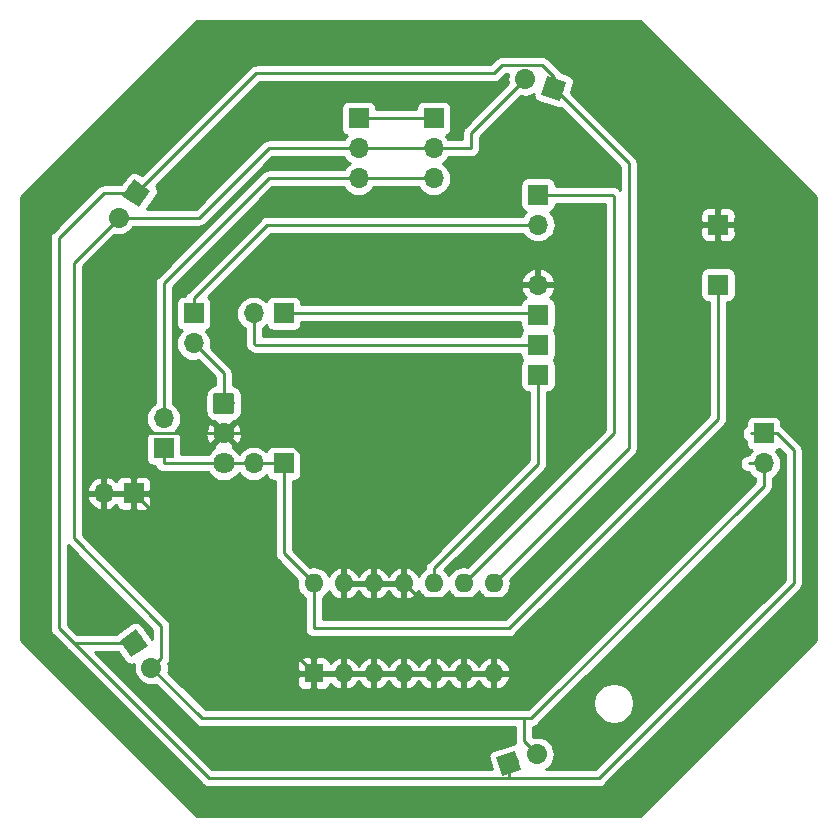
<source format=gbl>
G04 #@! TF.GenerationSoftware,KiCad,Pcbnew,(5.1.4)-1*
G04 #@! TF.CreationDate,2021-11-17T10:26:50+00:00*
G04 #@! TF.ProjectId,3Pi_IRComms_v1,3350695f-4952-4436-9f6d-6d735f76312e,rev?*
G04 #@! TF.SameCoordinates,Original*
G04 #@! TF.FileFunction,Copper,L2,Bot*
G04 #@! TF.FilePolarity,Positive*
%FSLAX46Y46*%
G04 Gerber Fmt 4.6, Leading zero omitted, Abs format (unit mm)*
G04 Created by KiCad (PCBNEW (5.1.4)-1) date 2021-11-17 10:26:50*
%MOMM*%
%LPD*%
G04 APERTURE LIST*
%ADD10O,1.700000X1.700000*%
%ADD11R,1.700000X1.700000*%
%ADD12R,1.600000X1.600000*%
%ADD13O,1.600000X1.600000*%
%ADD14C,1.700000*%
%ADD15C,1.700000*%
%ADD16C,0.150000*%
%ADD17C,1.800000*%
%ADD18C,0.800000*%
%ADD19C,0.250000*%
%ADD20C,0.254000*%
G04 APERTURE END LIST*
D10*
X83820000Y-91440000D03*
D11*
X83820000Y-93980000D03*
D10*
X78740000Y-97790000D03*
D11*
X81280000Y-97790000D03*
D10*
X91440000Y-82550000D03*
D11*
X93980000Y-82550000D03*
D12*
X96520000Y-113030000D03*
D13*
X111760000Y-105410000D03*
X99060000Y-113030000D03*
X109220000Y-105410000D03*
X101600000Y-113030000D03*
X106680000Y-105410000D03*
X104140000Y-113030000D03*
X104140000Y-105410000D03*
X106680000Y-113030000D03*
X101600000Y-105410000D03*
X109220000Y-113030000D03*
X99060000Y-105410000D03*
X111760000Y-113030000D03*
X96520000Y-105410000D03*
D10*
X100330000Y-71120000D03*
X100330000Y-68580000D03*
D11*
X100330000Y-66040000D03*
D10*
X106680000Y-71120000D03*
X106680000Y-68580000D03*
D11*
X106680000Y-66040000D03*
D14*
X114424316Y-62715097D03*
D15*
X114424316Y-62715097D02*
X114424316Y-62715097D01*
D14*
X116840000Y-63500000D03*
D16*
G36*
X116294266Y-62428938D02*
G01*
X117911062Y-62954266D01*
X117385734Y-64571062D01*
X115768938Y-64045734D01*
X116294266Y-62428938D01*
X116294266Y-62428938D01*
G37*
D14*
X115445684Y-119865097D03*
D15*
X115445684Y-119865097D02*
X115445684Y-119865097D01*
D14*
X113030000Y-120650000D03*
D16*
G36*
X114101062Y-121195734D02*
G01*
X112484266Y-121721062D01*
X111958938Y-120104266D01*
X113575734Y-119578938D01*
X114101062Y-121195734D01*
X114101062Y-121195734D01*
G37*
D14*
X82772975Y-112544903D03*
D15*
X82772975Y-112544903D02*
X82772975Y-112544903D01*
D14*
X81280000Y-110490000D03*
D16*
G36*
X81091953Y-111677282D02*
G01*
X80092718Y-110301953D01*
X81468047Y-109302718D01*
X82467282Y-110678047D01*
X81091953Y-111677282D01*
X81091953Y-111677282D01*
G37*
G36*
X89575947Y-89271196D02*
G01*
X89600060Y-89274773D01*
X89623707Y-89280696D01*
X89646659Y-89288908D01*
X89668695Y-89299331D01*
X89689604Y-89311863D01*
X89709183Y-89326384D01*
X89727245Y-89342755D01*
X89743616Y-89360817D01*
X89758137Y-89380396D01*
X89770669Y-89401305D01*
X89781092Y-89423341D01*
X89789304Y-89446293D01*
X89795227Y-89469940D01*
X89798804Y-89494053D01*
X89800000Y-89518400D01*
X89800000Y-90821600D01*
X89798804Y-90845947D01*
X89795227Y-90870060D01*
X89789304Y-90893707D01*
X89781092Y-90916659D01*
X89770669Y-90938695D01*
X89758137Y-90959604D01*
X89743616Y-90979183D01*
X89727245Y-90997245D01*
X89709183Y-91013616D01*
X89689604Y-91028137D01*
X89668695Y-91040669D01*
X89646659Y-91051092D01*
X89623707Y-91059304D01*
X89600060Y-91065227D01*
X89575947Y-91068804D01*
X89551600Y-91070000D01*
X88248400Y-91070000D01*
X88224053Y-91068804D01*
X88199940Y-91065227D01*
X88176293Y-91059304D01*
X88153341Y-91051092D01*
X88131305Y-91040669D01*
X88110396Y-91028137D01*
X88090817Y-91013616D01*
X88072755Y-90997245D01*
X88056384Y-90979183D01*
X88041863Y-90959604D01*
X88029331Y-90938695D01*
X88018908Y-90916659D01*
X88010696Y-90893707D01*
X88004773Y-90870060D01*
X88001196Y-90845947D01*
X88000000Y-90821600D01*
X88000000Y-89518400D01*
X88001196Y-89494053D01*
X88004773Y-89469940D01*
X88010696Y-89446293D01*
X88018908Y-89423341D01*
X88029331Y-89401305D01*
X88041863Y-89380396D01*
X88056384Y-89360817D01*
X88072755Y-89342755D01*
X88090817Y-89326384D01*
X88110396Y-89311863D01*
X88131305Y-89299331D01*
X88153341Y-89288908D01*
X88176293Y-89280696D01*
X88199940Y-89274773D01*
X88224053Y-89271196D01*
X88248400Y-89270000D01*
X89551600Y-89270000D01*
X89575947Y-89271196D01*
X89575947Y-89271196D01*
G37*
D17*
X88900000Y-90170000D03*
X88900000Y-92710000D03*
X88900000Y-95250000D03*
D10*
X91440000Y-95250000D03*
D11*
X93980000Y-95250000D03*
D10*
X115510000Y-80130000D03*
D11*
X115510000Y-82670000D03*
D10*
X134620000Y-95250000D03*
D11*
X134620000Y-92710000D03*
D10*
X115510000Y-87750000D03*
D11*
X115510000Y-85210000D03*
X115510000Y-87750000D03*
D14*
X80010000Y-74444903D03*
D15*
X80010000Y-74444903D02*
X80010000Y-74444903D01*
D14*
X81502975Y-72390000D03*
D16*
G36*
X80315693Y-72578047D02*
G01*
X81314928Y-71202718D01*
X82690257Y-72201953D01*
X81691022Y-73577282D01*
X80315693Y-72578047D01*
X80315693Y-72578047D01*
G37*
D10*
X115510000Y-75050000D03*
D11*
X115510000Y-72510000D03*
D10*
X86360000Y-85090000D03*
D11*
X86360000Y-82550000D03*
X130750000Y-80130000D03*
X130750000Y-75050000D03*
D18*
X101600000Y-119380000D03*
X77470000Y-106680000D03*
X93980000Y-66040000D03*
X104140000Y-83820000D03*
X128270000Y-107950000D03*
X87630000Y-104140000D03*
D19*
X115390000Y-72390000D02*
X115510000Y-72510000D01*
X121800000Y-72510000D02*
X115510000Y-72510000D01*
X121920000Y-72630000D02*
X121800000Y-72510000D01*
X109220000Y-105410000D02*
X121920000Y-92710000D01*
X121920000Y-92710000D02*
X121920000Y-72630000D01*
X86360000Y-82550000D02*
X86360000Y-81280000D01*
X92590000Y-75050000D02*
X115510000Y-75050000D01*
X86360000Y-81280000D02*
X92590000Y-75050000D01*
X81280000Y-96690000D02*
X81280000Y-97790000D01*
X129650000Y-75050000D02*
X130750000Y-75050000D01*
X124580000Y-75050000D02*
X130750000Y-75050000D01*
X124460000Y-74930000D02*
X124580000Y-75050000D01*
X124460000Y-95250000D02*
X124460000Y-74930000D01*
X113030000Y-106680000D02*
X124460000Y-95250000D01*
X104140000Y-105410000D02*
X105410000Y-106680000D01*
X105410000Y-106680000D02*
X113030000Y-106680000D01*
X111760000Y-113030000D02*
X96520000Y-113030000D01*
X104140000Y-105410000D02*
X99060000Y-105410000D01*
X81280000Y-97790000D02*
X87630000Y-104140000D01*
X88900000Y-92710000D02*
X81280000Y-92710000D01*
X81280000Y-92710000D02*
X81280000Y-97790000D01*
X78740000Y-97790000D02*
X81280000Y-97790000D01*
X114307919Y-80130000D02*
X114187919Y-80010000D01*
X115510000Y-80130000D02*
X114307919Y-80130000D01*
X114187919Y-80010000D02*
X90170000Y-80010000D01*
X90170000Y-80010000D02*
X88900000Y-81280000D01*
X88900000Y-81280000D02*
X88900000Y-85090000D01*
X88900000Y-85090000D02*
X91440000Y-87630000D01*
X91440000Y-87630000D02*
X91440000Y-92710000D01*
X91440000Y-92710000D02*
X88900000Y-92710000D01*
X91440000Y-92710000D02*
X93725002Y-92710000D01*
X99060000Y-98044998D02*
X99060000Y-105410000D01*
X93725002Y-92710000D02*
X99060000Y-98044998D01*
X87630000Y-104140000D02*
X96520000Y-113030000D01*
X93980000Y-82550000D02*
X95080000Y-82550000D01*
X115390000Y-82550000D02*
X115510000Y-82670000D01*
X93980000Y-82550000D02*
X115390000Y-82550000D01*
X91440000Y-82550000D02*
X91440000Y-85090000D01*
X91560000Y-85210000D02*
X115510000Y-85210000D01*
X91440000Y-85090000D02*
X91560000Y-85210000D01*
X106680000Y-105410000D02*
X106680000Y-104140000D01*
X115510000Y-95310000D02*
X115510000Y-87750000D01*
X106680000Y-104140000D02*
X115510000Y-95310000D01*
X91440000Y-95250000D02*
X93980000Y-95250000D01*
X93980000Y-102870000D02*
X96520000Y-105410000D01*
X93980000Y-95250000D02*
X93980000Y-102870000D01*
X91440000Y-95250000D02*
X88900000Y-95250000D01*
X83820000Y-93980000D02*
X83820000Y-95250000D01*
X83820000Y-95250000D02*
X88900000Y-95250000D01*
X130750000Y-80130000D02*
X130750000Y-91500000D01*
X130750000Y-91500000D02*
X113030000Y-109220000D01*
X113030000Y-109220000D02*
X96520000Y-109220000D01*
X96520000Y-109220000D02*
X96520000Y-105410000D01*
X88900000Y-87630000D02*
X86360000Y-85090000D01*
X88900000Y-90170000D02*
X88900000Y-87630000D01*
X106680000Y-66040000D02*
X100330000Y-66040000D01*
X100330000Y-68580000D02*
X106680000Y-68580000D01*
X106680000Y-68580000D02*
X109829413Y-68580000D01*
X100330000Y-68580000D02*
X92710000Y-68580000D01*
X86845097Y-74444903D02*
X80010000Y-74444903D01*
X92710000Y-68580000D02*
X86845097Y-74444903D01*
X134620000Y-97180587D02*
X114960587Y-116840000D01*
X134620000Y-95250000D02*
X134620000Y-97180587D01*
X134620000Y-95250000D02*
X133350000Y-95250000D01*
X114300000Y-118719413D02*
X115445684Y-119865097D01*
X114300000Y-116840000D02*
X114300000Y-118719413D01*
X114300000Y-116840000D02*
X114960587Y-116840000D01*
X87068072Y-116840000D02*
X82772975Y-112544903D01*
X114300000Y-116840000D02*
X87068072Y-116840000D01*
X83622974Y-111694904D02*
X82772975Y-112544903D01*
X83622974Y-109022974D02*
X83622974Y-111694904D01*
X76200000Y-101600000D02*
X83622974Y-109022974D01*
X76200000Y-78254903D02*
X76200000Y-101600000D01*
X80010000Y-74444903D02*
X76200000Y-78254903D01*
X109829413Y-67310000D02*
X114424316Y-62715097D01*
X109829413Y-68580000D02*
X109829413Y-67310000D01*
X83820000Y-91440000D02*
X83820000Y-80010000D01*
X83820000Y-80010000D02*
X92710000Y-71120000D01*
X92710000Y-71120000D02*
X100330000Y-71120000D01*
X100330000Y-71120000D02*
X106680000Y-71120000D01*
X134620000Y-92710000D02*
X133520000Y-92710000D01*
X91662975Y-62230000D02*
X81502975Y-72390000D01*
X116840000Y-121920000D02*
X120650000Y-121920000D01*
X120650000Y-121920000D02*
X137160000Y-105410000D01*
X135720000Y-92710000D02*
X134620000Y-92710000D01*
X137160000Y-94150000D02*
X135720000Y-92710000D01*
X137160000Y-105410000D02*
X137160000Y-94150000D01*
X81502975Y-72390000D02*
X80352318Y-72390000D01*
X74930000Y-100330000D02*
X74930000Y-76200000D01*
X78740000Y-72390000D02*
X81502975Y-72390000D01*
X74930000Y-76200000D02*
X78740000Y-72390000D01*
X92949070Y-121920000D02*
X116840000Y-121920000D01*
X113030000Y-121920000D02*
X113030000Y-120650000D01*
X92949070Y-121920000D02*
X87630000Y-121920000D01*
X81280000Y-110490000D02*
X76200000Y-110490000D01*
X87630000Y-121920000D02*
X76200000Y-110490000D01*
X76200000Y-110490000D02*
X74930000Y-109220000D01*
X74930000Y-100330000D02*
X74930000Y-109220000D01*
X123190000Y-69850000D02*
X116840000Y-63500000D01*
X111760000Y-105410000D02*
X123190000Y-93980000D01*
X123190000Y-93980000D02*
X123190000Y-69850000D01*
X91662975Y-62230000D02*
X111760000Y-62230000D01*
X116840000Y-62506258D02*
X116840000Y-63500000D01*
X115873838Y-61540096D02*
X116840000Y-62506258D01*
X112449904Y-61540096D02*
X115873838Y-61540096D01*
X111760000Y-62230000D02*
X112449904Y-61540096D01*
D20*
G36*
X139040000Y-72663381D02*
G01*
X139040001Y-110216618D01*
X124186620Y-125070000D01*
X86633381Y-125070000D01*
X71780000Y-110216620D01*
X71780000Y-76200000D01*
X74166324Y-76200000D01*
X74170001Y-76237333D01*
X74170000Y-100292667D01*
X74170000Y-100292668D01*
X74170001Y-109182668D01*
X74166324Y-109220000D01*
X74170001Y-109257332D01*
X74170001Y-109257333D01*
X74175703Y-109315220D01*
X74180998Y-109368985D01*
X74224454Y-109512246D01*
X74295026Y-109644276D01*
X74362362Y-109726324D01*
X74390000Y-109760001D01*
X74418998Y-109783799D01*
X75636200Y-111001002D01*
X75659999Y-111030001D01*
X75689003Y-111053804D01*
X87066201Y-122431003D01*
X87089999Y-122460001D01*
X87118997Y-122483799D01*
X87205723Y-122554974D01*
X87337753Y-122625546D01*
X87481014Y-122669003D01*
X87592667Y-122680000D01*
X87592677Y-122680000D01*
X87629999Y-122683676D01*
X87667322Y-122680000D01*
X112992667Y-122680000D01*
X113030000Y-122683677D01*
X113067333Y-122680000D01*
X120612678Y-122680000D01*
X120650000Y-122683676D01*
X120687322Y-122680000D01*
X120687333Y-122680000D01*
X120798986Y-122669003D01*
X120942247Y-122625546D01*
X121074276Y-122554974D01*
X121190001Y-122460001D01*
X121213804Y-122430997D01*
X137671004Y-105973798D01*
X137700001Y-105950001D01*
X137726332Y-105917917D01*
X137794974Y-105834277D01*
X137865546Y-105702247D01*
X137868864Y-105691309D01*
X137909003Y-105558986D01*
X137920000Y-105447333D01*
X137920000Y-105447323D01*
X137923676Y-105410000D01*
X137920000Y-105372677D01*
X137920000Y-94187333D01*
X137923677Y-94150000D01*
X137909003Y-94001014D01*
X137865546Y-93857753D01*
X137794974Y-93725724D01*
X137723799Y-93638997D01*
X137700001Y-93609999D01*
X137671003Y-93586201D01*
X136283804Y-92199003D01*
X136260001Y-92169999D01*
X136144276Y-92075026D01*
X136108072Y-92055674D01*
X136108072Y-91860000D01*
X136095812Y-91735518D01*
X136059502Y-91615820D01*
X136000537Y-91505506D01*
X135921185Y-91408815D01*
X135824494Y-91329463D01*
X135714180Y-91270498D01*
X135594482Y-91234188D01*
X135470000Y-91221928D01*
X133770000Y-91221928D01*
X133645518Y-91234188D01*
X133525820Y-91270498D01*
X133415506Y-91329463D01*
X133318815Y-91408815D01*
X133239463Y-91505506D01*
X133180498Y-91615820D01*
X133144188Y-91735518D01*
X133131928Y-91860000D01*
X133131928Y-92055674D01*
X133095724Y-92075026D01*
X132979999Y-92169999D01*
X132885026Y-92285724D01*
X132814454Y-92417753D01*
X132770997Y-92561014D01*
X132756323Y-92710000D01*
X132770997Y-92858986D01*
X132814454Y-93002247D01*
X132885026Y-93134276D01*
X132979999Y-93250001D01*
X133095724Y-93344974D01*
X133131928Y-93364326D01*
X133131928Y-93560000D01*
X133144188Y-93684482D01*
X133180498Y-93804180D01*
X133239463Y-93914494D01*
X133318815Y-94011185D01*
X133415506Y-94090537D01*
X133525820Y-94149502D01*
X133594687Y-94170393D01*
X133564866Y-94194866D01*
X133379294Y-94420986D01*
X133342405Y-94490000D01*
X133312667Y-94490000D01*
X133201014Y-94500997D01*
X133057753Y-94544454D01*
X132925724Y-94615026D01*
X132809999Y-94709999D01*
X132715026Y-94825724D01*
X132644454Y-94957753D01*
X132600997Y-95101014D01*
X132586323Y-95250000D01*
X132600997Y-95398986D01*
X132644454Y-95542247D01*
X132715026Y-95674276D01*
X132809999Y-95790001D01*
X132925724Y-95884974D01*
X133057753Y-95955546D01*
X133201014Y-95999003D01*
X133312667Y-96010000D01*
X133342405Y-96010000D01*
X133379294Y-96079014D01*
X133564866Y-96305134D01*
X133790986Y-96490706D01*
X133860001Y-96527595D01*
X133860001Y-96865783D01*
X114645786Y-116080000D01*
X114337333Y-116080000D01*
X114300000Y-116076323D01*
X114262667Y-116080000D01*
X87382875Y-116080000D01*
X85132874Y-113830000D01*
X95081928Y-113830000D01*
X95094188Y-113954482D01*
X95130498Y-114074180D01*
X95189463Y-114184494D01*
X95268815Y-114281185D01*
X95365506Y-114360537D01*
X95475820Y-114419502D01*
X95595518Y-114455812D01*
X95720000Y-114468072D01*
X96234250Y-114465000D01*
X96393000Y-114306250D01*
X96393000Y-113157000D01*
X96647000Y-113157000D01*
X96647000Y-114306250D01*
X96805750Y-114465000D01*
X97320000Y-114468072D01*
X97444482Y-114455812D01*
X97564180Y-114419502D01*
X97674494Y-114360537D01*
X97771185Y-114281185D01*
X97850537Y-114184494D01*
X97909502Y-114074180D01*
X97945812Y-113954482D01*
X97948231Y-113929920D01*
X98096586Y-114093519D01*
X98322580Y-114261037D01*
X98576913Y-114381246D01*
X98710961Y-114421904D01*
X98933000Y-114299915D01*
X98933000Y-113157000D01*
X99187000Y-113157000D01*
X99187000Y-114299915D01*
X99409039Y-114421904D01*
X99543087Y-114381246D01*
X99797420Y-114261037D01*
X100023414Y-114093519D01*
X100212385Y-113885131D01*
X100330000Y-113689018D01*
X100447615Y-113885131D01*
X100636586Y-114093519D01*
X100862580Y-114261037D01*
X101116913Y-114381246D01*
X101250961Y-114421904D01*
X101473000Y-114299915D01*
X101473000Y-113157000D01*
X101727000Y-113157000D01*
X101727000Y-114299915D01*
X101949039Y-114421904D01*
X102083087Y-114381246D01*
X102337420Y-114261037D01*
X102563414Y-114093519D01*
X102752385Y-113885131D01*
X102870000Y-113689018D01*
X102987615Y-113885131D01*
X103176586Y-114093519D01*
X103402580Y-114261037D01*
X103656913Y-114381246D01*
X103790961Y-114421904D01*
X104013000Y-114299915D01*
X104013000Y-113157000D01*
X104267000Y-113157000D01*
X104267000Y-114299915D01*
X104489039Y-114421904D01*
X104623087Y-114381246D01*
X104877420Y-114261037D01*
X105103414Y-114093519D01*
X105292385Y-113885131D01*
X105410000Y-113689018D01*
X105527615Y-113885131D01*
X105716586Y-114093519D01*
X105942580Y-114261037D01*
X106196913Y-114381246D01*
X106330961Y-114421904D01*
X106553000Y-114299915D01*
X106553000Y-113157000D01*
X106807000Y-113157000D01*
X106807000Y-114299915D01*
X107029039Y-114421904D01*
X107163087Y-114381246D01*
X107417420Y-114261037D01*
X107643414Y-114093519D01*
X107832385Y-113885131D01*
X107950000Y-113689018D01*
X108067615Y-113885131D01*
X108256586Y-114093519D01*
X108482580Y-114261037D01*
X108736913Y-114381246D01*
X108870961Y-114421904D01*
X109093000Y-114299915D01*
X109093000Y-113157000D01*
X109347000Y-113157000D01*
X109347000Y-114299915D01*
X109569039Y-114421904D01*
X109703087Y-114381246D01*
X109957420Y-114261037D01*
X110183414Y-114093519D01*
X110372385Y-113885131D01*
X110490000Y-113689018D01*
X110607615Y-113885131D01*
X110796586Y-114093519D01*
X111022580Y-114261037D01*
X111276913Y-114381246D01*
X111410961Y-114421904D01*
X111633000Y-114299915D01*
X111633000Y-113157000D01*
X111887000Y-113157000D01*
X111887000Y-114299915D01*
X112109039Y-114421904D01*
X112243087Y-114381246D01*
X112497420Y-114261037D01*
X112723414Y-114093519D01*
X112912385Y-113885131D01*
X113057070Y-113643881D01*
X113151909Y-113379040D01*
X113030624Y-113157000D01*
X111887000Y-113157000D01*
X111633000Y-113157000D01*
X109347000Y-113157000D01*
X109093000Y-113157000D01*
X106807000Y-113157000D01*
X106553000Y-113157000D01*
X104267000Y-113157000D01*
X104013000Y-113157000D01*
X101727000Y-113157000D01*
X101473000Y-113157000D01*
X99187000Y-113157000D01*
X98933000Y-113157000D01*
X96647000Y-113157000D01*
X96393000Y-113157000D01*
X95243750Y-113157000D01*
X95085000Y-113315750D01*
X95081928Y-113830000D01*
X85132874Y-113830000D01*
X84213772Y-112910899D01*
X84236488Y-112836014D01*
X84265160Y-112544903D01*
X84236488Y-112253792D01*
X84229271Y-112230000D01*
X95081928Y-112230000D01*
X95085000Y-112744250D01*
X95243750Y-112903000D01*
X96393000Y-112903000D01*
X96393000Y-111753750D01*
X96647000Y-111753750D01*
X96647000Y-112903000D01*
X98933000Y-112903000D01*
X98933000Y-111760085D01*
X99187000Y-111760085D01*
X99187000Y-112903000D01*
X101473000Y-112903000D01*
X101473000Y-111760085D01*
X101727000Y-111760085D01*
X101727000Y-112903000D01*
X104013000Y-112903000D01*
X104013000Y-111760085D01*
X104267000Y-111760085D01*
X104267000Y-112903000D01*
X106553000Y-112903000D01*
X106553000Y-111760085D01*
X106807000Y-111760085D01*
X106807000Y-112903000D01*
X109093000Y-112903000D01*
X109093000Y-111760085D01*
X109347000Y-111760085D01*
X109347000Y-112903000D01*
X111633000Y-112903000D01*
X111633000Y-111760085D01*
X111887000Y-111760085D01*
X111887000Y-112903000D01*
X113030624Y-112903000D01*
X113151909Y-112680960D01*
X113057070Y-112416119D01*
X112912385Y-112174869D01*
X112723414Y-111966481D01*
X112497420Y-111798963D01*
X112243087Y-111678754D01*
X112109039Y-111638096D01*
X111887000Y-111760085D01*
X111633000Y-111760085D01*
X111410961Y-111638096D01*
X111276913Y-111678754D01*
X111022580Y-111798963D01*
X110796586Y-111966481D01*
X110607615Y-112174869D01*
X110490000Y-112370982D01*
X110372385Y-112174869D01*
X110183414Y-111966481D01*
X109957420Y-111798963D01*
X109703087Y-111678754D01*
X109569039Y-111638096D01*
X109347000Y-111760085D01*
X109093000Y-111760085D01*
X108870961Y-111638096D01*
X108736913Y-111678754D01*
X108482580Y-111798963D01*
X108256586Y-111966481D01*
X108067615Y-112174869D01*
X107950000Y-112370982D01*
X107832385Y-112174869D01*
X107643414Y-111966481D01*
X107417420Y-111798963D01*
X107163087Y-111678754D01*
X107029039Y-111638096D01*
X106807000Y-111760085D01*
X106553000Y-111760085D01*
X106330961Y-111638096D01*
X106196913Y-111678754D01*
X105942580Y-111798963D01*
X105716586Y-111966481D01*
X105527615Y-112174869D01*
X105410000Y-112370982D01*
X105292385Y-112174869D01*
X105103414Y-111966481D01*
X104877420Y-111798963D01*
X104623087Y-111678754D01*
X104489039Y-111638096D01*
X104267000Y-111760085D01*
X104013000Y-111760085D01*
X103790961Y-111638096D01*
X103656913Y-111678754D01*
X103402580Y-111798963D01*
X103176586Y-111966481D01*
X102987615Y-112174869D01*
X102870000Y-112370982D01*
X102752385Y-112174869D01*
X102563414Y-111966481D01*
X102337420Y-111798963D01*
X102083087Y-111678754D01*
X101949039Y-111638096D01*
X101727000Y-111760085D01*
X101473000Y-111760085D01*
X101250961Y-111638096D01*
X101116913Y-111678754D01*
X100862580Y-111798963D01*
X100636586Y-111966481D01*
X100447615Y-112174869D01*
X100330000Y-112370982D01*
X100212385Y-112174869D01*
X100023414Y-111966481D01*
X99797420Y-111798963D01*
X99543087Y-111678754D01*
X99409039Y-111638096D01*
X99187000Y-111760085D01*
X98933000Y-111760085D01*
X98710961Y-111638096D01*
X98576913Y-111678754D01*
X98322580Y-111798963D01*
X98096586Y-111966481D01*
X97948231Y-112130080D01*
X97945812Y-112105518D01*
X97909502Y-111985820D01*
X97850537Y-111875506D01*
X97771185Y-111778815D01*
X97674494Y-111699463D01*
X97564180Y-111640498D01*
X97444482Y-111604188D01*
X97320000Y-111591928D01*
X96805750Y-111595000D01*
X96647000Y-111753750D01*
X96393000Y-111753750D01*
X96234250Y-111595000D01*
X95720000Y-111591928D01*
X95595518Y-111604188D01*
X95475820Y-111640498D01*
X95365506Y-111699463D01*
X95268815Y-111778815D01*
X95189463Y-111875506D01*
X95130498Y-111985820D01*
X95094188Y-112105518D01*
X95081928Y-112230000D01*
X84229271Y-112230000D01*
X84212466Y-112174601D01*
X84257948Y-112119181D01*
X84328520Y-111987151D01*
X84334790Y-111966481D01*
X84371977Y-111843890D01*
X84382974Y-111732237D01*
X84382974Y-111732228D01*
X84386650Y-111694905D01*
X84382974Y-111657582D01*
X84382974Y-109060307D01*
X84386651Y-109022974D01*
X84371977Y-108873988D01*
X84328520Y-108730727D01*
X84257948Y-108598698D01*
X84186773Y-108511971D01*
X84162975Y-108482973D01*
X84133978Y-108459176D01*
X76960000Y-101285199D01*
X76960000Y-98146891D01*
X77298519Y-98146891D01*
X77395843Y-98421252D01*
X77544822Y-98671355D01*
X77739731Y-98887588D01*
X77973080Y-99061641D01*
X78235901Y-99186825D01*
X78383110Y-99231476D01*
X78613000Y-99110155D01*
X78613000Y-97917000D01*
X78867000Y-97917000D01*
X78867000Y-99110155D01*
X79096890Y-99231476D01*
X79244099Y-99186825D01*
X79506920Y-99061641D01*
X79740269Y-98887588D01*
X79816034Y-98803534D01*
X79840498Y-98884180D01*
X79899463Y-98994494D01*
X79978815Y-99091185D01*
X80075506Y-99170537D01*
X80185820Y-99229502D01*
X80305518Y-99265812D01*
X80430000Y-99278072D01*
X80994250Y-99275000D01*
X81153000Y-99116250D01*
X81153000Y-97917000D01*
X81407000Y-97917000D01*
X81407000Y-99116250D01*
X81565750Y-99275000D01*
X82130000Y-99278072D01*
X82254482Y-99265812D01*
X82374180Y-99229502D01*
X82484494Y-99170537D01*
X82581185Y-99091185D01*
X82660537Y-98994494D01*
X82719502Y-98884180D01*
X82755812Y-98764482D01*
X82768072Y-98640000D01*
X82765000Y-98075750D01*
X82606250Y-97917000D01*
X81407000Y-97917000D01*
X81153000Y-97917000D01*
X78867000Y-97917000D01*
X78613000Y-97917000D01*
X77419186Y-97917000D01*
X77298519Y-98146891D01*
X76960000Y-98146891D01*
X76960000Y-97433109D01*
X77298519Y-97433109D01*
X77419186Y-97663000D01*
X78613000Y-97663000D01*
X78613000Y-96469845D01*
X78867000Y-96469845D01*
X78867000Y-97663000D01*
X81153000Y-97663000D01*
X81153000Y-96463750D01*
X81407000Y-96463750D01*
X81407000Y-97663000D01*
X82606250Y-97663000D01*
X82765000Y-97504250D01*
X82768072Y-96940000D01*
X82755812Y-96815518D01*
X82719502Y-96695820D01*
X82660537Y-96585506D01*
X82581185Y-96488815D01*
X82484494Y-96409463D01*
X82374180Y-96350498D01*
X82254482Y-96314188D01*
X82130000Y-96301928D01*
X81565750Y-96305000D01*
X81407000Y-96463750D01*
X81153000Y-96463750D01*
X80994250Y-96305000D01*
X80430000Y-96301928D01*
X80305518Y-96314188D01*
X80185820Y-96350498D01*
X80075506Y-96409463D01*
X79978815Y-96488815D01*
X79899463Y-96585506D01*
X79840498Y-96695820D01*
X79816034Y-96776466D01*
X79740269Y-96692412D01*
X79506920Y-96518359D01*
X79244099Y-96393175D01*
X79096890Y-96348524D01*
X78867000Y-96469845D01*
X78613000Y-96469845D01*
X78383110Y-96348524D01*
X78235901Y-96393175D01*
X77973080Y-96518359D01*
X77739731Y-96692412D01*
X77544822Y-96908645D01*
X77395843Y-97158748D01*
X77298519Y-97433109D01*
X76960000Y-97433109D01*
X76960000Y-78569704D01*
X79644005Y-75885700D01*
X79718889Y-75908416D01*
X79937050Y-75929903D01*
X80082950Y-75929903D01*
X80301111Y-75908416D01*
X80581034Y-75823502D01*
X80839014Y-75685609D01*
X81065134Y-75500037D01*
X81250706Y-75273917D01*
X81287595Y-75204903D01*
X86807775Y-75204903D01*
X86845097Y-75208579D01*
X86882419Y-75204903D01*
X86882430Y-75204903D01*
X86994083Y-75193906D01*
X87137344Y-75150449D01*
X87269373Y-75079877D01*
X87385098Y-74984904D01*
X87408901Y-74955900D01*
X93024802Y-69340000D01*
X99052405Y-69340000D01*
X99089294Y-69409014D01*
X99274866Y-69635134D01*
X99500986Y-69820706D01*
X99555791Y-69850000D01*
X99500986Y-69879294D01*
X99274866Y-70064866D01*
X99089294Y-70290986D01*
X99052405Y-70360000D01*
X92747333Y-70360000D01*
X92710000Y-70356323D01*
X92672667Y-70360000D01*
X92561014Y-70370997D01*
X92417753Y-70414454D01*
X92285724Y-70485026D01*
X92169999Y-70579999D01*
X92146201Y-70608997D01*
X83308998Y-79446201D01*
X83280000Y-79469999D01*
X83256202Y-79498997D01*
X83256201Y-79498998D01*
X83185026Y-79585724D01*
X83114454Y-79717754D01*
X83070998Y-79861015D01*
X83056324Y-80010000D01*
X83060001Y-80047332D01*
X83060000Y-90162405D01*
X82990986Y-90199294D01*
X82764866Y-90384866D01*
X82579294Y-90610986D01*
X82441401Y-90868966D01*
X82356487Y-91148889D01*
X82327815Y-91440000D01*
X82356487Y-91731111D01*
X82441401Y-92011034D01*
X82579294Y-92269014D01*
X82764866Y-92495134D01*
X82794687Y-92519607D01*
X82725820Y-92540498D01*
X82615506Y-92599463D01*
X82518815Y-92678815D01*
X82439463Y-92775506D01*
X82380498Y-92885820D01*
X82344188Y-93005518D01*
X82331928Y-93130000D01*
X82331928Y-94830000D01*
X82344188Y-94954482D01*
X82380498Y-95074180D01*
X82439463Y-95184494D01*
X82518815Y-95281185D01*
X82615506Y-95360537D01*
X82725820Y-95419502D01*
X82845518Y-95455812D01*
X82970000Y-95468072D01*
X83091954Y-95468072D01*
X83114454Y-95542247D01*
X83185026Y-95674276D01*
X83279999Y-95790001D01*
X83395724Y-95884974D01*
X83527753Y-95955546D01*
X83671014Y-95999003D01*
X83782667Y-96010000D01*
X83820000Y-96013677D01*
X83857333Y-96010000D01*
X87561687Y-96010000D01*
X87707688Y-96228505D01*
X87921495Y-96442312D01*
X88172905Y-96610299D01*
X88452257Y-96726011D01*
X88748816Y-96785000D01*
X89051184Y-96785000D01*
X89347743Y-96726011D01*
X89627095Y-96610299D01*
X89878505Y-96442312D01*
X90092312Y-96228505D01*
X90196141Y-96073115D01*
X90199294Y-96079014D01*
X90384866Y-96305134D01*
X90610986Y-96490706D01*
X90868966Y-96628599D01*
X91148889Y-96713513D01*
X91367050Y-96735000D01*
X91512950Y-96735000D01*
X91731111Y-96713513D01*
X92011034Y-96628599D01*
X92269014Y-96490706D01*
X92495134Y-96305134D01*
X92519607Y-96275313D01*
X92540498Y-96344180D01*
X92599463Y-96454494D01*
X92678815Y-96551185D01*
X92775506Y-96630537D01*
X92885820Y-96689502D01*
X93005518Y-96725812D01*
X93130000Y-96738072D01*
X93220000Y-96738072D01*
X93220001Y-102832668D01*
X93216324Y-102870000D01*
X93230998Y-103018985D01*
X93274454Y-103162246D01*
X93345026Y-103294276D01*
X93412361Y-103376323D01*
X93440000Y-103410001D01*
X93468998Y-103433799D01*
X95119292Y-105084094D01*
X95105764Y-105128691D01*
X95078057Y-105410000D01*
X95105764Y-105691309D01*
X95187818Y-105961808D01*
X95321068Y-106211101D01*
X95500392Y-106429608D01*
X95718899Y-106608932D01*
X95760001Y-106630901D01*
X95760000Y-109182667D01*
X95756323Y-109220000D01*
X95770997Y-109368986D01*
X95814454Y-109512247D01*
X95885026Y-109644276D01*
X95979999Y-109760001D01*
X96095724Y-109854974D01*
X96227753Y-109925546D01*
X96371014Y-109969003D01*
X96472484Y-109978997D01*
X96520000Y-109983677D01*
X96557333Y-109980000D01*
X112992678Y-109980000D01*
X113030000Y-109983676D01*
X113067322Y-109980000D01*
X113067333Y-109980000D01*
X113178986Y-109969003D01*
X113322247Y-109925546D01*
X113454276Y-109854974D01*
X113570001Y-109760001D01*
X113593804Y-109730997D01*
X131261003Y-92063799D01*
X131290001Y-92040001D01*
X131384974Y-91924276D01*
X131455546Y-91792247D01*
X131499003Y-91648986D01*
X131510000Y-91537333D01*
X131510000Y-91537324D01*
X131513676Y-91500001D01*
X131510000Y-91462678D01*
X131510000Y-81618072D01*
X131600000Y-81618072D01*
X131724482Y-81605812D01*
X131844180Y-81569502D01*
X131954494Y-81510537D01*
X132051185Y-81431185D01*
X132130537Y-81334494D01*
X132189502Y-81224180D01*
X132225812Y-81104482D01*
X132238072Y-80980000D01*
X132238072Y-79280000D01*
X132225812Y-79155518D01*
X132189502Y-79035820D01*
X132130537Y-78925506D01*
X132051185Y-78828815D01*
X131954494Y-78749463D01*
X131844180Y-78690498D01*
X131724482Y-78654188D01*
X131600000Y-78641928D01*
X129900000Y-78641928D01*
X129775518Y-78654188D01*
X129655820Y-78690498D01*
X129545506Y-78749463D01*
X129448815Y-78828815D01*
X129369463Y-78925506D01*
X129310498Y-79035820D01*
X129274188Y-79155518D01*
X129261928Y-79280000D01*
X129261928Y-80980000D01*
X129274188Y-81104482D01*
X129310498Y-81224180D01*
X129369463Y-81334494D01*
X129448815Y-81431185D01*
X129545506Y-81510537D01*
X129655820Y-81569502D01*
X129775518Y-81605812D01*
X129900000Y-81618072D01*
X129990000Y-81618072D01*
X129990001Y-91185197D01*
X112715199Y-108460000D01*
X97280000Y-108460000D01*
X97280000Y-106630901D01*
X97321101Y-106608932D01*
X97539608Y-106429608D01*
X97718932Y-106211101D01*
X97792579Y-106073318D01*
X97907615Y-106265131D01*
X98096586Y-106473519D01*
X98322580Y-106641037D01*
X98576913Y-106761246D01*
X98710961Y-106801904D01*
X98933000Y-106679915D01*
X98933000Y-105537000D01*
X99187000Y-105537000D01*
X99187000Y-106679915D01*
X99409039Y-106801904D01*
X99543087Y-106761246D01*
X99797420Y-106641037D01*
X100023414Y-106473519D01*
X100212385Y-106265131D01*
X100330000Y-106069018D01*
X100447615Y-106265131D01*
X100636586Y-106473519D01*
X100862580Y-106641037D01*
X101116913Y-106761246D01*
X101250961Y-106801904D01*
X101473000Y-106679915D01*
X101473000Y-105537000D01*
X101727000Y-105537000D01*
X101727000Y-106679915D01*
X101949039Y-106801904D01*
X102083087Y-106761246D01*
X102337420Y-106641037D01*
X102563414Y-106473519D01*
X102752385Y-106265131D01*
X102870000Y-106069018D01*
X102987615Y-106265131D01*
X103176586Y-106473519D01*
X103402580Y-106641037D01*
X103656913Y-106761246D01*
X103790961Y-106801904D01*
X104013000Y-106679915D01*
X104013000Y-105537000D01*
X101727000Y-105537000D01*
X101473000Y-105537000D01*
X99187000Y-105537000D01*
X98933000Y-105537000D01*
X98913000Y-105537000D01*
X98913000Y-105283000D01*
X98933000Y-105283000D01*
X98933000Y-104140085D01*
X99187000Y-104140085D01*
X99187000Y-105283000D01*
X101473000Y-105283000D01*
X101473000Y-104140085D01*
X101727000Y-104140085D01*
X101727000Y-105283000D01*
X104013000Y-105283000D01*
X104013000Y-104140085D01*
X103790961Y-104018096D01*
X103656913Y-104058754D01*
X103402580Y-104178963D01*
X103176586Y-104346481D01*
X102987615Y-104554869D01*
X102870000Y-104750982D01*
X102752385Y-104554869D01*
X102563414Y-104346481D01*
X102337420Y-104178963D01*
X102083087Y-104058754D01*
X101949039Y-104018096D01*
X101727000Y-104140085D01*
X101473000Y-104140085D01*
X101250961Y-104018096D01*
X101116913Y-104058754D01*
X100862580Y-104178963D01*
X100636586Y-104346481D01*
X100447615Y-104554869D01*
X100330000Y-104750982D01*
X100212385Y-104554869D01*
X100023414Y-104346481D01*
X99797420Y-104178963D01*
X99543087Y-104058754D01*
X99409039Y-104018096D01*
X99187000Y-104140085D01*
X98933000Y-104140085D01*
X98710961Y-104018096D01*
X98576913Y-104058754D01*
X98322580Y-104178963D01*
X98096586Y-104346481D01*
X97907615Y-104554869D01*
X97792579Y-104746682D01*
X97718932Y-104608899D01*
X97539608Y-104390392D01*
X97321101Y-104211068D01*
X97071808Y-104077818D01*
X96801309Y-103995764D01*
X96590492Y-103975000D01*
X96449508Y-103975000D01*
X96238691Y-103995764D01*
X96194094Y-104009292D01*
X94740000Y-102555199D01*
X94740000Y-96738072D01*
X94830000Y-96738072D01*
X94954482Y-96725812D01*
X95074180Y-96689502D01*
X95184494Y-96630537D01*
X95281185Y-96551185D01*
X95360537Y-96454494D01*
X95419502Y-96344180D01*
X95455812Y-96224482D01*
X95468072Y-96100000D01*
X95468072Y-94400000D01*
X95455812Y-94275518D01*
X95419502Y-94155820D01*
X95360537Y-94045506D01*
X95281185Y-93948815D01*
X95184494Y-93869463D01*
X95074180Y-93810498D01*
X94954482Y-93774188D01*
X94830000Y-93761928D01*
X93130000Y-93761928D01*
X93005518Y-93774188D01*
X92885820Y-93810498D01*
X92775506Y-93869463D01*
X92678815Y-93948815D01*
X92599463Y-94045506D01*
X92540498Y-94155820D01*
X92519607Y-94224687D01*
X92495134Y-94194866D01*
X92269014Y-94009294D01*
X92011034Y-93871401D01*
X91731111Y-93786487D01*
X91512950Y-93765000D01*
X91367050Y-93765000D01*
X91148889Y-93786487D01*
X90868966Y-93871401D01*
X90610986Y-94009294D01*
X90384866Y-94194866D01*
X90199294Y-94420986D01*
X90196141Y-94426885D01*
X90092312Y-94271495D01*
X89878505Y-94057688D01*
X89724895Y-93955049D01*
X89784475Y-93774080D01*
X88900000Y-92889605D01*
X88015525Y-93774080D01*
X88075105Y-93955049D01*
X87921495Y-94057688D01*
X87707688Y-94271495D01*
X87561687Y-94490000D01*
X85308072Y-94490000D01*
X85308072Y-93130000D01*
X85295812Y-93005518D01*
X85259502Y-92885820D01*
X85201097Y-92776553D01*
X87359009Y-92776553D01*
X87401603Y-93075907D01*
X87501778Y-93361199D01*
X87581739Y-93510792D01*
X87835920Y-93594475D01*
X88720395Y-92710000D01*
X89079605Y-92710000D01*
X89964080Y-93594475D01*
X90218261Y-93510792D01*
X90349158Y-93238225D01*
X90424365Y-92945358D01*
X90440991Y-92643447D01*
X90398397Y-92344093D01*
X90298222Y-92058801D01*
X90218261Y-91909208D01*
X89964080Y-91825525D01*
X89079605Y-92710000D01*
X88720395Y-92710000D01*
X87835920Y-91825525D01*
X87581739Y-91909208D01*
X87450842Y-92181775D01*
X87375635Y-92474642D01*
X87359009Y-92776553D01*
X85201097Y-92776553D01*
X85200537Y-92775506D01*
X85121185Y-92678815D01*
X85024494Y-92599463D01*
X84914180Y-92540498D01*
X84845313Y-92519607D01*
X84875134Y-92495134D01*
X85060706Y-92269014D01*
X85198599Y-92011034D01*
X85283513Y-91731111D01*
X85312185Y-91440000D01*
X85283513Y-91148889D01*
X85198599Y-90868966D01*
X85060706Y-90610986D01*
X84875134Y-90384866D01*
X84649014Y-90199294D01*
X84580000Y-90162405D01*
X84580000Y-80324801D01*
X93024802Y-71880000D01*
X99052405Y-71880000D01*
X99089294Y-71949014D01*
X99274866Y-72175134D01*
X99500986Y-72360706D01*
X99758966Y-72498599D01*
X100038889Y-72583513D01*
X100257050Y-72605000D01*
X100402950Y-72605000D01*
X100621111Y-72583513D01*
X100901034Y-72498599D01*
X101159014Y-72360706D01*
X101385134Y-72175134D01*
X101570706Y-71949014D01*
X101607595Y-71880000D01*
X105402405Y-71880000D01*
X105439294Y-71949014D01*
X105624866Y-72175134D01*
X105850986Y-72360706D01*
X106108966Y-72498599D01*
X106388889Y-72583513D01*
X106607050Y-72605000D01*
X106752950Y-72605000D01*
X106971111Y-72583513D01*
X107251034Y-72498599D01*
X107509014Y-72360706D01*
X107735134Y-72175134D01*
X107920706Y-71949014D01*
X108058599Y-71691034D01*
X108143513Y-71411111D01*
X108172185Y-71120000D01*
X108143513Y-70828889D01*
X108058599Y-70548966D01*
X107920706Y-70290986D01*
X107735134Y-70064866D01*
X107509014Y-69879294D01*
X107454209Y-69850000D01*
X107509014Y-69820706D01*
X107735134Y-69635134D01*
X107920706Y-69409014D01*
X107957595Y-69340000D01*
X109792080Y-69340000D01*
X109829413Y-69343677D01*
X109866746Y-69340000D01*
X109978399Y-69329003D01*
X110121660Y-69285546D01*
X110253689Y-69214974D01*
X110369414Y-69120001D01*
X110464387Y-69004276D01*
X110534959Y-68872247D01*
X110578416Y-68728986D01*
X110593090Y-68580000D01*
X110589413Y-68542667D01*
X110589413Y-67624801D01*
X114058321Y-64155894D01*
X114133205Y-64178610D01*
X114351366Y-64200097D01*
X114497266Y-64200097D01*
X114715427Y-64178610D01*
X114995350Y-64093696D01*
X115134333Y-64019408D01*
X115132833Y-64095797D01*
X115154822Y-64218933D01*
X115200412Y-64335413D01*
X115267849Y-64440761D01*
X115354544Y-64530928D01*
X115457163Y-64602449D01*
X115571763Y-64652577D01*
X117188559Y-65177905D01*
X117310737Y-65204711D01*
X117435797Y-65207167D01*
X117466825Y-65201626D01*
X122430001Y-70164803D01*
X122430001Y-72065200D01*
X122363804Y-71999003D01*
X122340001Y-71969999D01*
X122224276Y-71875026D01*
X122092247Y-71804454D01*
X121948986Y-71760997D01*
X121837333Y-71750000D01*
X121837322Y-71750000D01*
X121800000Y-71746324D01*
X121762678Y-71750000D01*
X116998072Y-71750000D01*
X116998072Y-71660000D01*
X116985812Y-71535518D01*
X116949502Y-71415820D01*
X116890537Y-71305506D01*
X116811185Y-71208815D01*
X116714494Y-71129463D01*
X116604180Y-71070498D01*
X116484482Y-71034188D01*
X116360000Y-71021928D01*
X114660000Y-71021928D01*
X114535518Y-71034188D01*
X114415820Y-71070498D01*
X114305506Y-71129463D01*
X114208815Y-71208815D01*
X114129463Y-71305506D01*
X114070498Y-71415820D01*
X114034188Y-71535518D01*
X114021928Y-71660000D01*
X114021928Y-73360000D01*
X114034188Y-73484482D01*
X114070498Y-73604180D01*
X114129463Y-73714494D01*
X114208815Y-73811185D01*
X114305506Y-73890537D01*
X114415820Y-73949502D01*
X114484687Y-73970393D01*
X114454866Y-73994866D01*
X114269294Y-74220986D01*
X114232405Y-74290000D01*
X92627322Y-74290000D01*
X92589999Y-74286324D01*
X92552676Y-74290000D01*
X92552667Y-74290000D01*
X92441014Y-74300997D01*
X92297753Y-74344454D01*
X92165724Y-74415026D01*
X92165722Y-74415027D01*
X92165723Y-74415027D01*
X92078996Y-74486201D01*
X92078992Y-74486205D01*
X92049999Y-74509999D01*
X92026205Y-74538992D01*
X85848998Y-80716201D01*
X85820000Y-80739999D01*
X85796202Y-80768997D01*
X85796201Y-80768998D01*
X85725026Y-80855724D01*
X85654454Y-80987754D01*
X85631954Y-81061928D01*
X85510000Y-81061928D01*
X85385518Y-81074188D01*
X85265820Y-81110498D01*
X85155506Y-81169463D01*
X85058815Y-81248815D01*
X84979463Y-81345506D01*
X84920498Y-81455820D01*
X84884188Y-81575518D01*
X84871928Y-81700000D01*
X84871928Y-83400000D01*
X84884188Y-83524482D01*
X84920498Y-83644180D01*
X84979463Y-83754494D01*
X85058815Y-83851185D01*
X85155506Y-83930537D01*
X85265820Y-83989502D01*
X85334687Y-84010393D01*
X85304866Y-84034866D01*
X85119294Y-84260986D01*
X84981401Y-84518966D01*
X84896487Y-84798889D01*
X84867815Y-85090000D01*
X84896487Y-85381111D01*
X84981401Y-85661034D01*
X85119294Y-85919014D01*
X85304866Y-86145134D01*
X85530986Y-86330706D01*
X85788966Y-86468599D01*
X86068889Y-86553513D01*
X86287050Y-86575000D01*
X86432950Y-86575000D01*
X86651111Y-86553513D01*
X86725995Y-86530797D01*
X88140001Y-87944804D01*
X88140001Y-88642604D01*
X88075458Y-88648961D01*
X87909162Y-88699407D01*
X87755903Y-88781325D01*
X87621570Y-88891570D01*
X87511325Y-89025903D01*
X87429407Y-89179162D01*
X87378961Y-89345458D01*
X87361928Y-89518400D01*
X87361928Y-90821600D01*
X87378961Y-90994542D01*
X87429407Y-91160838D01*
X87511325Y-91314097D01*
X87621570Y-91448430D01*
X87755903Y-91558675D01*
X87909162Y-91640593D01*
X88054193Y-91684588D01*
X88900000Y-92530395D01*
X89745807Y-91684588D01*
X89890838Y-91640593D01*
X90044097Y-91558675D01*
X90178430Y-91448430D01*
X90288675Y-91314097D01*
X90370593Y-91160838D01*
X90421039Y-90994542D01*
X90438072Y-90821600D01*
X90438072Y-89518400D01*
X90421039Y-89345458D01*
X90370593Y-89179162D01*
X90288675Y-89025903D01*
X90178430Y-88891570D01*
X90044097Y-88781325D01*
X89890838Y-88699407D01*
X89724542Y-88648961D01*
X89660000Y-88642604D01*
X89660000Y-87667322D01*
X89663676Y-87629999D01*
X89660000Y-87592676D01*
X89660000Y-87592667D01*
X89649003Y-87481014D01*
X89605546Y-87337753D01*
X89534974Y-87205724D01*
X89513014Y-87178966D01*
X89463799Y-87118996D01*
X89463795Y-87118992D01*
X89440001Y-87089999D01*
X89411008Y-87066205D01*
X87800797Y-85455995D01*
X87823513Y-85381111D01*
X87852185Y-85090000D01*
X87823513Y-84798889D01*
X87738599Y-84518966D01*
X87600706Y-84260986D01*
X87415134Y-84034866D01*
X87385313Y-84010393D01*
X87454180Y-83989502D01*
X87564494Y-83930537D01*
X87661185Y-83851185D01*
X87740537Y-83754494D01*
X87799502Y-83644180D01*
X87835812Y-83524482D01*
X87848072Y-83400000D01*
X87848072Y-81700000D01*
X87835812Y-81575518D01*
X87799502Y-81455820D01*
X87740537Y-81345506D01*
X87661185Y-81248815D01*
X87564494Y-81169463D01*
X87552011Y-81162790D01*
X88941691Y-79773110D01*
X114068524Y-79773110D01*
X114189845Y-80003000D01*
X115383000Y-80003000D01*
X115383000Y-78809186D01*
X115637000Y-78809186D01*
X115637000Y-80003000D01*
X116830155Y-80003000D01*
X116951476Y-79773110D01*
X116906825Y-79625901D01*
X116781641Y-79363080D01*
X116607588Y-79129731D01*
X116391355Y-78934822D01*
X116141252Y-78785843D01*
X115866891Y-78688519D01*
X115637000Y-78809186D01*
X115383000Y-78809186D01*
X115153109Y-78688519D01*
X114878748Y-78785843D01*
X114628645Y-78934822D01*
X114412412Y-79129731D01*
X114238359Y-79363080D01*
X114113175Y-79625901D01*
X114068524Y-79773110D01*
X88941691Y-79773110D01*
X92904803Y-75810000D01*
X114232405Y-75810000D01*
X114269294Y-75879014D01*
X114454866Y-76105134D01*
X114680986Y-76290706D01*
X114938966Y-76428599D01*
X115218889Y-76513513D01*
X115437050Y-76535000D01*
X115582950Y-76535000D01*
X115801111Y-76513513D01*
X116081034Y-76428599D01*
X116339014Y-76290706D01*
X116565134Y-76105134D01*
X116750706Y-75879014D01*
X116888599Y-75621034D01*
X116973513Y-75341111D01*
X117002185Y-75050000D01*
X116973513Y-74758889D01*
X116888599Y-74478966D01*
X116750706Y-74220986D01*
X116565134Y-73994866D01*
X116535313Y-73970393D01*
X116604180Y-73949502D01*
X116714494Y-73890537D01*
X116811185Y-73811185D01*
X116890537Y-73714494D01*
X116949502Y-73604180D01*
X116985812Y-73484482D01*
X116998072Y-73360000D01*
X116998072Y-73270000D01*
X121160001Y-73270000D01*
X121160000Y-92395198D01*
X109545907Y-104009292D01*
X109501309Y-103995764D01*
X109290492Y-103975000D01*
X109149508Y-103975000D01*
X108938691Y-103995764D01*
X108668192Y-104077818D01*
X108418899Y-104211068D01*
X108200392Y-104390392D01*
X108021068Y-104608899D01*
X107950000Y-104741858D01*
X107878932Y-104608899D01*
X107699608Y-104390392D01*
X107592396Y-104302405D01*
X116021004Y-95873798D01*
X116050001Y-95850001D01*
X116144974Y-95734276D01*
X116215546Y-95602247D01*
X116259003Y-95458986D01*
X116270000Y-95347333D01*
X116270000Y-95347325D01*
X116273676Y-95310000D01*
X116270000Y-95272675D01*
X116270000Y-89238072D01*
X116360000Y-89238072D01*
X116484482Y-89225812D01*
X116604180Y-89189502D01*
X116714494Y-89130537D01*
X116811185Y-89051185D01*
X116890537Y-88954494D01*
X116949502Y-88844180D01*
X116985812Y-88724482D01*
X116998072Y-88600000D01*
X116998072Y-87791760D01*
X117002185Y-87750000D01*
X116998072Y-87708240D01*
X116998072Y-86900000D01*
X116985812Y-86775518D01*
X116949502Y-86655820D01*
X116890537Y-86545506D01*
X116836778Y-86480000D01*
X116890537Y-86414494D01*
X116949502Y-86304180D01*
X116985812Y-86184482D01*
X116998072Y-86060000D01*
X116998072Y-84360000D01*
X116985812Y-84235518D01*
X116949502Y-84115820D01*
X116890537Y-84005506D01*
X116836778Y-83940000D01*
X116890537Y-83874494D01*
X116949502Y-83764180D01*
X116985812Y-83644482D01*
X116998072Y-83520000D01*
X116998072Y-81820000D01*
X116985812Y-81695518D01*
X116949502Y-81575820D01*
X116890537Y-81465506D01*
X116811185Y-81368815D01*
X116714494Y-81289463D01*
X116604180Y-81230498D01*
X116523534Y-81206034D01*
X116607588Y-81130269D01*
X116781641Y-80896920D01*
X116906825Y-80634099D01*
X116951476Y-80486890D01*
X116830155Y-80257000D01*
X115637000Y-80257000D01*
X115637000Y-80277000D01*
X115383000Y-80277000D01*
X115383000Y-80257000D01*
X114189845Y-80257000D01*
X114068524Y-80486890D01*
X114113175Y-80634099D01*
X114238359Y-80896920D01*
X114412412Y-81130269D01*
X114496466Y-81206034D01*
X114415820Y-81230498D01*
X114305506Y-81289463D01*
X114208815Y-81368815D01*
X114129463Y-81465506D01*
X114070498Y-81575820D01*
X114034188Y-81695518D01*
X114024883Y-81790000D01*
X95468072Y-81790000D01*
X95468072Y-81700000D01*
X95455812Y-81575518D01*
X95419502Y-81455820D01*
X95360537Y-81345506D01*
X95281185Y-81248815D01*
X95184494Y-81169463D01*
X95074180Y-81110498D01*
X94954482Y-81074188D01*
X94830000Y-81061928D01*
X93130000Y-81061928D01*
X93005518Y-81074188D01*
X92885820Y-81110498D01*
X92775506Y-81169463D01*
X92678815Y-81248815D01*
X92599463Y-81345506D01*
X92540498Y-81455820D01*
X92519607Y-81524687D01*
X92495134Y-81494866D01*
X92269014Y-81309294D01*
X92011034Y-81171401D01*
X91731111Y-81086487D01*
X91512950Y-81065000D01*
X91367050Y-81065000D01*
X91148889Y-81086487D01*
X90868966Y-81171401D01*
X90610986Y-81309294D01*
X90384866Y-81494866D01*
X90199294Y-81720986D01*
X90061401Y-81978966D01*
X89976487Y-82258889D01*
X89947815Y-82550000D01*
X89976487Y-82841111D01*
X90061401Y-83121034D01*
X90199294Y-83379014D01*
X90384866Y-83605134D01*
X90610986Y-83790706D01*
X90680001Y-83827595D01*
X90680001Y-85052668D01*
X90676324Y-85090000D01*
X90690998Y-85238985D01*
X90734454Y-85382246D01*
X90805026Y-85514276D01*
X90876201Y-85601002D01*
X90900000Y-85630001D01*
X90928998Y-85653799D01*
X90996196Y-85720997D01*
X91019999Y-85750001D01*
X91135724Y-85844974D01*
X91267753Y-85915546D01*
X91411014Y-85959003D01*
X91522667Y-85970000D01*
X91560000Y-85973677D01*
X91597333Y-85970000D01*
X114021928Y-85970000D01*
X114021928Y-86060000D01*
X114034188Y-86184482D01*
X114070498Y-86304180D01*
X114129463Y-86414494D01*
X114183222Y-86480000D01*
X114129463Y-86545506D01*
X114070498Y-86655820D01*
X114034188Y-86775518D01*
X114021928Y-86900000D01*
X114021928Y-87708240D01*
X114017815Y-87750000D01*
X114021928Y-87791760D01*
X114021928Y-88600000D01*
X114034188Y-88724482D01*
X114070498Y-88844180D01*
X114129463Y-88954494D01*
X114208815Y-89051185D01*
X114305506Y-89130537D01*
X114415820Y-89189502D01*
X114535518Y-89225812D01*
X114660000Y-89238072D01*
X114750001Y-89238072D01*
X114750000Y-94995198D01*
X106168998Y-103576201D01*
X106140000Y-103599999D01*
X106116202Y-103628997D01*
X106116201Y-103628998D01*
X106045026Y-103715724D01*
X105974454Y-103847754D01*
X105944180Y-103947558D01*
X105930998Y-103991014D01*
X105920001Y-104102667D01*
X105916324Y-104140000D01*
X105920001Y-104177332D01*
X105920001Y-104189099D01*
X105878899Y-104211068D01*
X105660392Y-104390392D01*
X105481068Y-104608899D01*
X105407421Y-104746682D01*
X105292385Y-104554869D01*
X105103414Y-104346481D01*
X104877420Y-104178963D01*
X104623087Y-104058754D01*
X104489039Y-104018096D01*
X104267000Y-104140085D01*
X104267000Y-105283000D01*
X104287000Y-105283000D01*
X104287000Y-105537000D01*
X104267000Y-105537000D01*
X104267000Y-106679915D01*
X104489039Y-106801904D01*
X104623087Y-106761246D01*
X104877420Y-106641037D01*
X105103414Y-106473519D01*
X105292385Y-106265131D01*
X105407421Y-106073318D01*
X105481068Y-106211101D01*
X105660392Y-106429608D01*
X105878899Y-106608932D01*
X106128192Y-106742182D01*
X106398691Y-106824236D01*
X106609508Y-106845000D01*
X106750492Y-106845000D01*
X106961309Y-106824236D01*
X107231808Y-106742182D01*
X107481101Y-106608932D01*
X107699608Y-106429608D01*
X107878932Y-106211101D01*
X107950000Y-106078142D01*
X108021068Y-106211101D01*
X108200392Y-106429608D01*
X108418899Y-106608932D01*
X108668192Y-106742182D01*
X108938691Y-106824236D01*
X109149508Y-106845000D01*
X109290492Y-106845000D01*
X109501309Y-106824236D01*
X109771808Y-106742182D01*
X110021101Y-106608932D01*
X110239608Y-106429608D01*
X110418932Y-106211101D01*
X110490000Y-106078142D01*
X110561068Y-106211101D01*
X110740392Y-106429608D01*
X110958899Y-106608932D01*
X111208192Y-106742182D01*
X111478691Y-106824236D01*
X111689508Y-106845000D01*
X111830492Y-106845000D01*
X112041309Y-106824236D01*
X112311808Y-106742182D01*
X112561101Y-106608932D01*
X112779608Y-106429608D01*
X112958932Y-106211101D01*
X113092182Y-105961808D01*
X113174236Y-105691309D01*
X113201943Y-105410000D01*
X113174236Y-105128691D01*
X113160708Y-105084093D01*
X123701004Y-94543798D01*
X123730001Y-94520001D01*
X123793813Y-94442246D01*
X123824974Y-94404277D01*
X123895546Y-94272247D01*
X123918046Y-94198072D01*
X123939003Y-94128986D01*
X123950000Y-94017333D01*
X123950000Y-94017323D01*
X123953676Y-93980001D01*
X123950000Y-93942678D01*
X123950000Y-75900000D01*
X129261928Y-75900000D01*
X129274188Y-76024482D01*
X129310498Y-76144180D01*
X129369463Y-76254494D01*
X129448815Y-76351185D01*
X129545506Y-76430537D01*
X129655820Y-76489502D01*
X129775518Y-76525812D01*
X129900000Y-76538072D01*
X130464250Y-76535000D01*
X130623000Y-76376250D01*
X130623000Y-75177000D01*
X130877000Y-75177000D01*
X130877000Y-76376250D01*
X131035750Y-76535000D01*
X131600000Y-76538072D01*
X131724482Y-76525812D01*
X131844180Y-76489502D01*
X131954494Y-76430537D01*
X132051185Y-76351185D01*
X132130537Y-76254494D01*
X132189502Y-76144180D01*
X132225812Y-76024482D01*
X132238072Y-75900000D01*
X132235000Y-75335750D01*
X132076250Y-75177000D01*
X130877000Y-75177000D01*
X130623000Y-75177000D01*
X129423750Y-75177000D01*
X129265000Y-75335750D01*
X129261928Y-75900000D01*
X123950000Y-75900000D01*
X123950000Y-74200000D01*
X129261928Y-74200000D01*
X129265000Y-74764250D01*
X129423750Y-74923000D01*
X130623000Y-74923000D01*
X130623000Y-73723750D01*
X130877000Y-73723750D01*
X130877000Y-74923000D01*
X132076250Y-74923000D01*
X132235000Y-74764250D01*
X132238072Y-74200000D01*
X132225812Y-74075518D01*
X132189502Y-73955820D01*
X132130537Y-73845506D01*
X132051185Y-73748815D01*
X131954494Y-73669463D01*
X131844180Y-73610498D01*
X131724482Y-73574188D01*
X131600000Y-73561928D01*
X131035750Y-73565000D01*
X130877000Y-73723750D01*
X130623000Y-73723750D01*
X130464250Y-73565000D01*
X129900000Y-73561928D01*
X129775518Y-73574188D01*
X129655820Y-73610498D01*
X129545506Y-73669463D01*
X129448815Y-73748815D01*
X129369463Y-73845506D01*
X129310498Y-73955820D01*
X129274188Y-74075518D01*
X129261928Y-74200000D01*
X123950000Y-74200000D01*
X123950000Y-69887322D01*
X123953676Y-69849999D01*
X123950000Y-69812676D01*
X123950000Y-69812667D01*
X123939003Y-69701014D01*
X123895546Y-69557753D01*
X123824974Y-69425723D01*
X123753799Y-69338997D01*
X123730001Y-69309999D01*
X123701003Y-69286201D01*
X118284522Y-63869721D01*
X118517905Y-63151441D01*
X118544711Y-63029263D01*
X118547167Y-62904203D01*
X118525178Y-62781067D01*
X118479588Y-62664587D01*
X118412151Y-62559239D01*
X118325456Y-62469072D01*
X118222837Y-62397551D01*
X118108237Y-62347423D01*
X117513580Y-62154208D01*
X117474974Y-62081982D01*
X117449628Y-62051098D01*
X117403799Y-61995254D01*
X117403795Y-61995250D01*
X117380001Y-61966257D01*
X117351009Y-61942464D01*
X116437641Y-61029098D01*
X116413839Y-61000095D01*
X116298114Y-60905122D01*
X116166085Y-60834550D01*
X116022824Y-60791093D01*
X115911171Y-60780096D01*
X115911160Y-60780096D01*
X115873838Y-60776420D01*
X115836516Y-60780096D01*
X112487237Y-60780096D01*
X112449904Y-60776419D01*
X112412571Y-60780096D01*
X112300918Y-60791093D01*
X112157657Y-60834550D01*
X112025628Y-60905122D01*
X111909903Y-61000095D01*
X111886105Y-61029094D01*
X111445199Y-61470000D01*
X91700300Y-61470000D01*
X91662975Y-61466324D01*
X91625650Y-61470000D01*
X91625642Y-61470000D01*
X91513989Y-61480997D01*
X91370728Y-61524454D01*
X91238699Y-61595026D01*
X91122974Y-61689999D01*
X91099176Y-61718997D01*
X81945800Y-70872374D01*
X81689977Y-70686507D01*
X81582063Y-70623257D01*
X81463883Y-70582276D01*
X81339979Y-70565138D01*
X81215112Y-70572502D01*
X81094080Y-70604084D01*
X80981536Y-70658672D01*
X80881804Y-70734167D01*
X80798717Y-70827669D01*
X80215789Y-71630000D01*
X78777325Y-71630000D01*
X78740000Y-71626324D01*
X78702675Y-71630000D01*
X78702667Y-71630000D01*
X78591014Y-71640997D01*
X78447753Y-71684454D01*
X78315724Y-71755026D01*
X78199999Y-71849999D01*
X78176201Y-71878997D01*
X74418998Y-75636201D01*
X74390000Y-75659999D01*
X74366202Y-75688997D01*
X74366201Y-75688998D01*
X74295026Y-75775724D01*
X74224454Y-75907754D01*
X74180998Y-76051015D01*
X74166324Y-76200000D01*
X71780000Y-76200000D01*
X71780000Y-72663380D01*
X86633381Y-57810000D01*
X124186620Y-57810000D01*
X139040000Y-72663381D01*
X139040000Y-72663381D01*
G37*
X139040000Y-72663381D02*
X139040001Y-110216618D01*
X124186620Y-125070000D01*
X86633381Y-125070000D01*
X71780000Y-110216620D01*
X71780000Y-76200000D01*
X74166324Y-76200000D01*
X74170001Y-76237333D01*
X74170000Y-100292667D01*
X74170000Y-100292668D01*
X74170001Y-109182668D01*
X74166324Y-109220000D01*
X74170001Y-109257332D01*
X74170001Y-109257333D01*
X74175703Y-109315220D01*
X74180998Y-109368985D01*
X74224454Y-109512246D01*
X74295026Y-109644276D01*
X74362362Y-109726324D01*
X74390000Y-109760001D01*
X74418998Y-109783799D01*
X75636200Y-111001002D01*
X75659999Y-111030001D01*
X75689003Y-111053804D01*
X87066201Y-122431003D01*
X87089999Y-122460001D01*
X87118997Y-122483799D01*
X87205723Y-122554974D01*
X87337753Y-122625546D01*
X87481014Y-122669003D01*
X87592667Y-122680000D01*
X87592677Y-122680000D01*
X87629999Y-122683676D01*
X87667322Y-122680000D01*
X112992667Y-122680000D01*
X113030000Y-122683677D01*
X113067333Y-122680000D01*
X120612678Y-122680000D01*
X120650000Y-122683676D01*
X120687322Y-122680000D01*
X120687333Y-122680000D01*
X120798986Y-122669003D01*
X120942247Y-122625546D01*
X121074276Y-122554974D01*
X121190001Y-122460001D01*
X121213804Y-122430997D01*
X137671004Y-105973798D01*
X137700001Y-105950001D01*
X137726332Y-105917917D01*
X137794974Y-105834277D01*
X137865546Y-105702247D01*
X137868864Y-105691309D01*
X137909003Y-105558986D01*
X137920000Y-105447333D01*
X137920000Y-105447323D01*
X137923676Y-105410000D01*
X137920000Y-105372677D01*
X137920000Y-94187333D01*
X137923677Y-94150000D01*
X137909003Y-94001014D01*
X137865546Y-93857753D01*
X137794974Y-93725724D01*
X137723799Y-93638997D01*
X137700001Y-93609999D01*
X137671003Y-93586201D01*
X136283804Y-92199003D01*
X136260001Y-92169999D01*
X136144276Y-92075026D01*
X136108072Y-92055674D01*
X136108072Y-91860000D01*
X136095812Y-91735518D01*
X136059502Y-91615820D01*
X136000537Y-91505506D01*
X135921185Y-91408815D01*
X135824494Y-91329463D01*
X135714180Y-91270498D01*
X135594482Y-91234188D01*
X135470000Y-91221928D01*
X133770000Y-91221928D01*
X133645518Y-91234188D01*
X133525820Y-91270498D01*
X133415506Y-91329463D01*
X133318815Y-91408815D01*
X133239463Y-91505506D01*
X133180498Y-91615820D01*
X133144188Y-91735518D01*
X133131928Y-91860000D01*
X133131928Y-92055674D01*
X133095724Y-92075026D01*
X132979999Y-92169999D01*
X132885026Y-92285724D01*
X132814454Y-92417753D01*
X132770997Y-92561014D01*
X132756323Y-92710000D01*
X132770997Y-92858986D01*
X132814454Y-93002247D01*
X132885026Y-93134276D01*
X132979999Y-93250001D01*
X133095724Y-93344974D01*
X133131928Y-93364326D01*
X133131928Y-93560000D01*
X133144188Y-93684482D01*
X133180498Y-93804180D01*
X133239463Y-93914494D01*
X133318815Y-94011185D01*
X133415506Y-94090537D01*
X133525820Y-94149502D01*
X133594687Y-94170393D01*
X133564866Y-94194866D01*
X133379294Y-94420986D01*
X133342405Y-94490000D01*
X133312667Y-94490000D01*
X133201014Y-94500997D01*
X133057753Y-94544454D01*
X132925724Y-94615026D01*
X132809999Y-94709999D01*
X132715026Y-94825724D01*
X132644454Y-94957753D01*
X132600997Y-95101014D01*
X132586323Y-95250000D01*
X132600997Y-95398986D01*
X132644454Y-95542247D01*
X132715026Y-95674276D01*
X132809999Y-95790001D01*
X132925724Y-95884974D01*
X133057753Y-95955546D01*
X133201014Y-95999003D01*
X133312667Y-96010000D01*
X133342405Y-96010000D01*
X133379294Y-96079014D01*
X133564866Y-96305134D01*
X133790986Y-96490706D01*
X133860001Y-96527595D01*
X133860001Y-96865783D01*
X114645786Y-116080000D01*
X114337333Y-116080000D01*
X114300000Y-116076323D01*
X114262667Y-116080000D01*
X87382875Y-116080000D01*
X85132874Y-113830000D01*
X95081928Y-113830000D01*
X95094188Y-113954482D01*
X95130498Y-114074180D01*
X95189463Y-114184494D01*
X95268815Y-114281185D01*
X95365506Y-114360537D01*
X95475820Y-114419502D01*
X95595518Y-114455812D01*
X95720000Y-114468072D01*
X96234250Y-114465000D01*
X96393000Y-114306250D01*
X96393000Y-113157000D01*
X96647000Y-113157000D01*
X96647000Y-114306250D01*
X96805750Y-114465000D01*
X97320000Y-114468072D01*
X97444482Y-114455812D01*
X97564180Y-114419502D01*
X97674494Y-114360537D01*
X97771185Y-114281185D01*
X97850537Y-114184494D01*
X97909502Y-114074180D01*
X97945812Y-113954482D01*
X97948231Y-113929920D01*
X98096586Y-114093519D01*
X98322580Y-114261037D01*
X98576913Y-114381246D01*
X98710961Y-114421904D01*
X98933000Y-114299915D01*
X98933000Y-113157000D01*
X99187000Y-113157000D01*
X99187000Y-114299915D01*
X99409039Y-114421904D01*
X99543087Y-114381246D01*
X99797420Y-114261037D01*
X100023414Y-114093519D01*
X100212385Y-113885131D01*
X100330000Y-113689018D01*
X100447615Y-113885131D01*
X100636586Y-114093519D01*
X100862580Y-114261037D01*
X101116913Y-114381246D01*
X101250961Y-114421904D01*
X101473000Y-114299915D01*
X101473000Y-113157000D01*
X101727000Y-113157000D01*
X101727000Y-114299915D01*
X101949039Y-114421904D01*
X102083087Y-114381246D01*
X102337420Y-114261037D01*
X102563414Y-114093519D01*
X102752385Y-113885131D01*
X102870000Y-113689018D01*
X102987615Y-113885131D01*
X103176586Y-114093519D01*
X103402580Y-114261037D01*
X103656913Y-114381246D01*
X103790961Y-114421904D01*
X104013000Y-114299915D01*
X104013000Y-113157000D01*
X104267000Y-113157000D01*
X104267000Y-114299915D01*
X104489039Y-114421904D01*
X104623087Y-114381246D01*
X104877420Y-114261037D01*
X105103414Y-114093519D01*
X105292385Y-113885131D01*
X105410000Y-113689018D01*
X105527615Y-113885131D01*
X105716586Y-114093519D01*
X105942580Y-114261037D01*
X106196913Y-114381246D01*
X106330961Y-114421904D01*
X106553000Y-114299915D01*
X106553000Y-113157000D01*
X106807000Y-113157000D01*
X106807000Y-114299915D01*
X107029039Y-114421904D01*
X107163087Y-114381246D01*
X107417420Y-114261037D01*
X107643414Y-114093519D01*
X107832385Y-113885131D01*
X107950000Y-113689018D01*
X108067615Y-113885131D01*
X108256586Y-114093519D01*
X108482580Y-114261037D01*
X108736913Y-114381246D01*
X108870961Y-114421904D01*
X109093000Y-114299915D01*
X109093000Y-113157000D01*
X109347000Y-113157000D01*
X109347000Y-114299915D01*
X109569039Y-114421904D01*
X109703087Y-114381246D01*
X109957420Y-114261037D01*
X110183414Y-114093519D01*
X110372385Y-113885131D01*
X110490000Y-113689018D01*
X110607615Y-113885131D01*
X110796586Y-114093519D01*
X111022580Y-114261037D01*
X111276913Y-114381246D01*
X111410961Y-114421904D01*
X111633000Y-114299915D01*
X111633000Y-113157000D01*
X111887000Y-113157000D01*
X111887000Y-114299915D01*
X112109039Y-114421904D01*
X112243087Y-114381246D01*
X112497420Y-114261037D01*
X112723414Y-114093519D01*
X112912385Y-113885131D01*
X113057070Y-113643881D01*
X113151909Y-113379040D01*
X113030624Y-113157000D01*
X111887000Y-113157000D01*
X111633000Y-113157000D01*
X109347000Y-113157000D01*
X109093000Y-113157000D01*
X106807000Y-113157000D01*
X106553000Y-113157000D01*
X104267000Y-113157000D01*
X104013000Y-113157000D01*
X101727000Y-113157000D01*
X101473000Y-113157000D01*
X99187000Y-113157000D01*
X98933000Y-113157000D01*
X96647000Y-113157000D01*
X96393000Y-113157000D01*
X95243750Y-113157000D01*
X95085000Y-113315750D01*
X95081928Y-113830000D01*
X85132874Y-113830000D01*
X84213772Y-112910899D01*
X84236488Y-112836014D01*
X84265160Y-112544903D01*
X84236488Y-112253792D01*
X84229271Y-112230000D01*
X95081928Y-112230000D01*
X95085000Y-112744250D01*
X95243750Y-112903000D01*
X96393000Y-112903000D01*
X96393000Y-111753750D01*
X96647000Y-111753750D01*
X96647000Y-112903000D01*
X98933000Y-112903000D01*
X98933000Y-111760085D01*
X99187000Y-111760085D01*
X99187000Y-112903000D01*
X101473000Y-112903000D01*
X101473000Y-111760085D01*
X101727000Y-111760085D01*
X101727000Y-112903000D01*
X104013000Y-112903000D01*
X104013000Y-111760085D01*
X104267000Y-111760085D01*
X104267000Y-112903000D01*
X106553000Y-112903000D01*
X106553000Y-111760085D01*
X106807000Y-111760085D01*
X106807000Y-112903000D01*
X109093000Y-112903000D01*
X109093000Y-111760085D01*
X109347000Y-111760085D01*
X109347000Y-112903000D01*
X111633000Y-112903000D01*
X111633000Y-111760085D01*
X111887000Y-111760085D01*
X111887000Y-112903000D01*
X113030624Y-112903000D01*
X113151909Y-112680960D01*
X113057070Y-112416119D01*
X112912385Y-112174869D01*
X112723414Y-111966481D01*
X112497420Y-111798963D01*
X112243087Y-111678754D01*
X112109039Y-111638096D01*
X111887000Y-111760085D01*
X111633000Y-111760085D01*
X111410961Y-111638096D01*
X111276913Y-111678754D01*
X111022580Y-111798963D01*
X110796586Y-111966481D01*
X110607615Y-112174869D01*
X110490000Y-112370982D01*
X110372385Y-112174869D01*
X110183414Y-111966481D01*
X109957420Y-111798963D01*
X109703087Y-111678754D01*
X109569039Y-111638096D01*
X109347000Y-111760085D01*
X109093000Y-111760085D01*
X108870961Y-111638096D01*
X108736913Y-111678754D01*
X108482580Y-111798963D01*
X108256586Y-111966481D01*
X108067615Y-112174869D01*
X107950000Y-112370982D01*
X107832385Y-112174869D01*
X107643414Y-111966481D01*
X107417420Y-111798963D01*
X107163087Y-111678754D01*
X107029039Y-111638096D01*
X106807000Y-111760085D01*
X106553000Y-111760085D01*
X106330961Y-111638096D01*
X106196913Y-111678754D01*
X105942580Y-111798963D01*
X105716586Y-111966481D01*
X105527615Y-112174869D01*
X105410000Y-112370982D01*
X105292385Y-112174869D01*
X105103414Y-111966481D01*
X104877420Y-111798963D01*
X104623087Y-111678754D01*
X104489039Y-111638096D01*
X104267000Y-111760085D01*
X104013000Y-111760085D01*
X103790961Y-111638096D01*
X103656913Y-111678754D01*
X103402580Y-111798963D01*
X103176586Y-111966481D01*
X102987615Y-112174869D01*
X102870000Y-112370982D01*
X102752385Y-112174869D01*
X102563414Y-111966481D01*
X102337420Y-111798963D01*
X102083087Y-111678754D01*
X101949039Y-111638096D01*
X101727000Y-111760085D01*
X101473000Y-111760085D01*
X101250961Y-111638096D01*
X101116913Y-111678754D01*
X100862580Y-111798963D01*
X100636586Y-111966481D01*
X100447615Y-112174869D01*
X100330000Y-112370982D01*
X100212385Y-112174869D01*
X100023414Y-111966481D01*
X99797420Y-111798963D01*
X99543087Y-111678754D01*
X99409039Y-111638096D01*
X99187000Y-111760085D01*
X98933000Y-111760085D01*
X98710961Y-111638096D01*
X98576913Y-111678754D01*
X98322580Y-111798963D01*
X98096586Y-111966481D01*
X97948231Y-112130080D01*
X97945812Y-112105518D01*
X97909502Y-111985820D01*
X97850537Y-111875506D01*
X97771185Y-111778815D01*
X97674494Y-111699463D01*
X97564180Y-111640498D01*
X97444482Y-111604188D01*
X97320000Y-111591928D01*
X96805750Y-111595000D01*
X96647000Y-111753750D01*
X96393000Y-111753750D01*
X96234250Y-111595000D01*
X95720000Y-111591928D01*
X95595518Y-111604188D01*
X95475820Y-111640498D01*
X95365506Y-111699463D01*
X95268815Y-111778815D01*
X95189463Y-111875506D01*
X95130498Y-111985820D01*
X95094188Y-112105518D01*
X95081928Y-112230000D01*
X84229271Y-112230000D01*
X84212466Y-112174601D01*
X84257948Y-112119181D01*
X84328520Y-111987151D01*
X84334790Y-111966481D01*
X84371977Y-111843890D01*
X84382974Y-111732237D01*
X84382974Y-111732228D01*
X84386650Y-111694905D01*
X84382974Y-111657582D01*
X84382974Y-109060307D01*
X84386651Y-109022974D01*
X84371977Y-108873988D01*
X84328520Y-108730727D01*
X84257948Y-108598698D01*
X84186773Y-108511971D01*
X84162975Y-108482973D01*
X84133978Y-108459176D01*
X76960000Y-101285199D01*
X76960000Y-98146891D01*
X77298519Y-98146891D01*
X77395843Y-98421252D01*
X77544822Y-98671355D01*
X77739731Y-98887588D01*
X77973080Y-99061641D01*
X78235901Y-99186825D01*
X78383110Y-99231476D01*
X78613000Y-99110155D01*
X78613000Y-97917000D01*
X78867000Y-97917000D01*
X78867000Y-99110155D01*
X79096890Y-99231476D01*
X79244099Y-99186825D01*
X79506920Y-99061641D01*
X79740269Y-98887588D01*
X79816034Y-98803534D01*
X79840498Y-98884180D01*
X79899463Y-98994494D01*
X79978815Y-99091185D01*
X80075506Y-99170537D01*
X80185820Y-99229502D01*
X80305518Y-99265812D01*
X80430000Y-99278072D01*
X80994250Y-99275000D01*
X81153000Y-99116250D01*
X81153000Y-97917000D01*
X81407000Y-97917000D01*
X81407000Y-99116250D01*
X81565750Y-99275000D01*
X82130000Y-99278072D01*
X82254482Y-99265812D01*
X82374180Y-99229502D01*
X82484494Y-99170537D01*
X82581185Y-99091185D01*
X82660537Y-98994494D01*
X82719502Y-98884180D01*
X82755812Y-98764482D01*
X82768072Y-98640000D01*
X82765000Y-98075750D01*
X82606250Y-97917000D01*
X81407000Y-97917000D01*
X81153000Y-97917000D01*
X78867000Y-97917000D01*
X78613000Y-97917000D01*
X77419186Y-97917000D01*
X77298519Y-98146891D01*
X76960000Y-98146891D01*
X76960000Y-97433109D01*
X77298519Y-97433109D01*
X77419186Y-97663000D01*
X78613000Y-97663000D01*
X78613000Y-96469845D01*
X78867000Y-96469845D01*
X78867000Y-97663000D01*
X81153000Y-97663000D01*
X81153000Y-96463750D01*
X81407000Y-96463750D01*
X81407000Y-97663000D01*
X82606250Y-97663000D01*
X82765000Y-97504250D01*
X82768072Y-96940000D01*
X82755812Y-96815518D01*
X82719502Y-96695820D01*
X82660537Y-96585506D01*
X82581185Y-96488815D01*
X82484494Y-96409463D01*
X82374180Y-96350498D01*
X82254482Y-96314188D01*
X82130000Y-96301928D01*
X81565750Y-96305000D01*
X81407000Y-96463750D01*
X81153000Y-96463750D01*
X80994250Y-96305000D01*
X80430000Y-96301928D01*
X80305518Y-96314188D01*
X80185820Y-96350498D01*
X80075506Y-96409463D01*
X79978815Y-96488815D01*
X79899463Y-96585506D01*
X79840498Y-96695820D01*
X79816034Y-96776466D01*
X79740269Y-96692412D01*
X79506920Y-96518359D01*
X79244099Y-96393175D01*
X79096890Y-96348524D01*
X78867000Y-96469845D01*
X78613000Y-96469845D01*
X78383110Y-96348524D01*
X78235901Y-96393175D01*
X77973080Y-96518359D01*
X77739731Y-96692412D01*
X77544822Y-96908645D01*
X77395843Y-97158748D01*
X77298519Y-97433109D01*
X76960000Y-97433109D01*
X76960000Y-78569704D01*
X79644005Y-75885700D01*
X79718889Y-75908416D01*
X79937050Y-75929903D01*
X80082950Y-75929903D01*
X80301111Y-75908416D01*
X80581034Y-75823502D01*
X80839014Y-75685609D01*
X81065134Y-75500037D01*
X81250706Y-75273917D01*
X81287595Y-75204903D01*
X86807775Y-75204903D01*
X86845097Y-75208579D01*
X86882419Y-75204903D01*
X86882430Y-75204903D01*
X86994083Y-75193906D01*
X87137344Y-75150449D01*
X87269373Y-75079877D01*
X87385098Y-74984904D01*
X87408901Y-74955900D01*
X93024802Y-69340000D01*
X99052405Y-69340000D01*
X99089294Y-69409014D01*
X99274866Y-69635134D01*
X99500986Y-69820706D01*
X99555791Y-69850000D01*
X99500986Y-69879294D01*
X99274866Y-70064866D01*
X99089294Y-70290986D01*
X99052405Y-70360000D01*
X92747333Y-70360000D01*
X92710000Y-70356323D01*
X92672667Y-70360000D01*
X92561014Y-70370997D01*
X92417753Y-70414454D01*
X92285724Y-70485026D01*
X92169999Y-70579999D01*
X92146201Y-70608997D01*
X83308998Y-79446201D01*
X83280000Y-79469999D01*
X83256202Y-79498997D01*
X83256201Y-79498998D01*
X83185026Y-79585724D01*
X83114454Y-79717754D01*
X83070998Y-79861015D01*
X83056324Y-80010000D01*
X83060001Y-80047332D01*
X83060000Y-90162405D01*
X82990986Y-90199294D01*
X82764866Y-90384866D01*
X82579294Y-90610986D01*
X82441401Y-90868966D01*
X82356487Y-91148889D01*
X82327815Y-91440000D01*
X82356487Y-91731111D01*
X82441401Y-92011034D01*
X82579294Y-92269014D01*
X82764866Y-92495134D01*
X82794687Y-92519607D01*
X82725820Y-92540498D01*
X82615506Y-92599463D01*
X82518815Y-92678815D01*
X82439463Y-92775506D01*
X82380498Y-92885820D01*
X82344188Y-93005518D01*
X82331928Y-93130000D01*
X82331928Y-94830000D01*
X82344188Y-94954482D01*
X82380498Y-95074180D01*
X82439463Y-95184494D01*
X82518815Y-95281185D01*
X82615506Y-95360537D01*
X82725820Y-95419502D01*
X82845518Y-95455812D01*
X82970000Y-95468072D01*
X83091954Y-95468072D01*
X83114454Y-95542247D01*
X83185026Y-95674276D01*
X83279999Y-95790001D01*
X83395724Y-95884974D01*
X83527753Y-95955546D01*
X83671014Y-95999003D01*
X83782667Y-96010000D01*
X83820000Y-96013677D01*
X83857333Y-96010000D01*
X87561687Y-96010000D01*
X87707688Y-96228505D01*
X87921495Y-96442312D01*
X88172905Y-96610299D01*
X88452257Y-96726011D01*
X88748816Y-96785000D01*
X89051184Y-96785000D01*
X89347743Y-96726011D01*
X89627095Y-96610299D01*
X89878505Y-96442312D01*
X90092312Y-96228505D01*
X90196141Y-96073115D01*
X90199294Y-96079014D01*
X90384866Y-96305134D01*
X90610986Y-96490706D01*
X90868966Y-96628599D01*
X91148889Y-96713513D01*
X91367050Y-96735000D01*
X91512950Y-96735000D01*
X91731111Y-96713513D01*
X92011034Y-96628599D01*
X92269014Y-96490706D01*
X92495134Y-96305134D01*
X92519607Y-96275313D01*
X92540498Y-96344180D01*
X92599463Y-96454494D01*
X92678815Y-96551185D01*
X92775506Y-96630537D01*
X92885820Y-96689502D01*
X93005518Y-96725812D01*
X93130000Y-96738072D01*
X93220000Y-96738072D01*
X93220001Y-102832668D01*
X93216324Y-102870000D01*
X93230998Y-103018985D01*
X93274454Y-103162246D01*
X93345026Y-103294276D01*
X93412361Y-103376323D01*
X93440000Y-103410001D01*
X93468998Y-103433799D01*
X95119292Y-105084094D01*
X95105764Y-105128691D01*
X95078057Y-105410000D01*
X95105764Y-105691309D01*
X95187818Y-105961808D01*
X95321068Y-106211101D01*
X95500392Y-106429608D01*
X95718899Y-106608932D01*
X95760001Y-106630901D01*
X95760000Y-109182667D01*
X95756323Y-109220000D01*
X95770997Y-109368986D01*
X95814454Y-109512247D01*
X95885026Y-109644276D01*
X95979999Y-109760001D01*
X96095724Y-109854974D01*
X96227753Y-109925546D01*
X96371014Y-109969003D01*
X96472484Y-109978997D01*
X96520000Y-109983677D01*
X96557333Y-109980000D01*
X112992678Y-109980000D01*
X113030000Y-109983676D01*
X113067322Y-109980000D01*
X113067333Y-109980000D01*
X113178986Y-109969003D01*
X113322247Y-109925546D01*
X113454276Y-109854974D01*
X113570001Y-109760001D01*
X113593804Y-109730997D01*
X131261003Y-92063799D01*
X131290001Y-92040001D01*
X131384974Y-91924276D01*
X131455546Y-91792247D01*
X131499003Y-91648986D01*
X131510000Y-91537333D01*
X131510000Y-91537324D01*
X131513676Y-91500001D01*
X131510000Y-91462678D01*
X131510000Y-81618072D01*
X131600000Y-81618072D01*
X131724482Y-81605812D01*
X131844180Y-81569502D01*
X131954494Y-81510537D01*
X132051185Y-81431185D01*
X132130537Y-81334494D01*
X132189502Y-81224180D01*
X132225812Y-81104482D01*
X132238072Y-80980000D01*
X132238072Y-79280000D01*
X132225812Y-79155518D01*
X132189502Y-79035820D01*
X132130537Y-78925506D01*
X132051185Y-78828815D01*
X131954494Y-78749463D01*
X131844180Y-78690498D01*
X131724482Y-78654188D01*
X131600000Y-78641928D01*
X129900000Y-78641928D01*
X129775518Y-78654188D01*
X129655820Y-78690498D01*
X129545506Y-78749463D01*
X129448815Y-78828815D01*
X129369463Y-78925506D01*
X129310498Y-79035820D01*
X129274188Y-79155518D01*
X129261928Y-79280000D01*
X129261928Y-80980000D01*
X129274188Y-81104482D01*
X129310498Y-81224180D01*
X129369463Y-81334494D01*
X129448815Y-81431185D01*
X129545506Y-81510537D01*
X129655820Y-81569502D01*
X129775518Y-81605812D01*
X129900000Y-81618072D01*
X129990000Y-81618072D01*
X129990001Y-91185197D01*
X112715199Y-108460000D01*
X97280000Y-108460000D01*
X97280000Y-106630901D01*
X97321101Y-106608932D01*
X97539608Y-106429608D01*
X97718932Y-106211101D01*
X97792579Y-106073318D01*
X97907615Y-106265131D01*
X98096586Y-106473519D01*
X98322580Y-106641037D01*
X98576913Y-106761246D01*
X98710961Y-106801904D01*
X98933000Y-106679915D01*
X98933000Y-105537000D01*
X99187000Y-105537000D01*
X99187000Y-106679915D01*
X99409039Y-106801904D01*
X99543087Y-106761246D01*
X99797420Y-106641037D01*
X100023414Y-106473519D01*
X100212385Y-106265131D01*
X100330000Y-106069018D01*
X100447615Y-106265131D01*
X100636586Y-106473519D01*
X100862580Y-106641037D01*
X101116913Y-106761246D01*
X101250961Y-106801904D01*
X101473000Y-106679915D01*
X101473000Y-105537000D01*
X101727000Y-105537000D01*
X101727000Y-106679915D01*
X101949039Y-106801904D01*
X102083087Y-106761246D01*
X102337420Y-106641037D01*
X102563414Y-106473519D01*
X102752385Y-106265131D01*
X102870000Y-106069018D01*
X102987615Y-106265131D01*
X103176586Y-106473519D01*
X103402580Y-106641037D01*
X103656913Y-106761246D01*
X103790961Y-106801904D01*
X104013000Y-106679915D01*
X104013000Y-105537000D01*
X101727000Y-105537000D01*
X101473000Y-105537000D01*
X99187000Y-105537000D01*
X98933000Y-105537000D01*
X98913000Y-105537000D01*
X98913000Y-105283000D01*
X98933000Y-105283000D01*
X98933000Y-104140085D01*
X99187000Y-104140085D01*
X99187000Y-105283000D01*
X101473000Y-105283000D01*
X101473000Y-104140085D01*
X101727000Y-104140085D01*
X101727000Y-105283000D01*
X104013000Y-105283000D01*
X104013000Y-104140085D01*
X103790961Y-104018096D01*
X103656913Y-104058754D01*
X103402580Y-104178963D01*
X103176586Y-104346481D01*
X102987615Y-104554869D01*
X102870000Y-104750982D01*
X102752385Y-104554869D01*
X102563414Y-104346481D01*
X102337420Y-104178963D01*
X102083087Y-104058754D01*
X101949039Y-104018096D01*
X101727000Y-104140085D01*
X101473000Y-104140085D01*
X101250961Y-104018096D01*
X101116913Y-104058754D01*
X100862580Y-104178963D01*
X100636586Y-104346481D01*
X100447615Y-104554869D01*
X100330000Y-104750982D01*
X100212385Y-104554869D01*
X100023414Y-104346481D01*
X99797420Y-104178963D01*
X99543087Y-104058754D01*
X99409039Y-104018096D01*
X99187000Y-104140085D01*
X98933000Y-104140085D01*
X98710961Y-104018096D01*
X98576913Y-104058754D01*
X98322580Y-104178963D01*
X98096586Y-104346481D01*
X97907615Y-104554869D01*
X97792579Y-104746682D01*
X97718932Y-104608899D01*
X97539608Y-104390392D01*
X97321101Y-104211068D01*
X97071808Y-104077818D01*
X96801309Y-103995764D01*
X96590492Y-103975000D01*
X96449508Y-103975000D01*
X96238691Y-103995764D01*
X96194094Y-104009292D01*
X94740000Y-102555199D01*
X94740000Y-96738072D01*
X94830000Y-96738072D01*
X94954482Y-96725812D01*
X95074180Y-96689502D01*
X95184494Y-96630537D01*
X95281185Y-96551185D01*
X95360537Y-96454494D01*
X95419502Y-96344180D01*
X95455812Y-96224482D01*
X95468072Y-96100000D01*
X95468072Y-94400000D01*
X95455812Y-94275518D01*
X95419502Y-94155820D01*
X95360537Y-94045506D01*
X95281185Y-93948815D01*
X95184494Y-93869463D01*
X95074180Y-93810498D01*
X94954482Y-93774188D01*
X94830000Y-93761928D01*
X93130000Y-93761928D01*
X93005518Y-93774188D01*
X92885820Y-93810498D01*
X92775506Y-93869463D01*
X92678815Y-93948815D01*
X92599463Y-94045506D01*
X92540498Y-94155820D01*
X92519607Y-94224687D01*
X92495134Y-94194866D01*
X92269014Y-94009294D01*
X92011034Y-93871401D01*
X91731111Y-93786487D01*
X91512950Y-93765000D01*
X91367050Y-93765000D01*
X91148889Y-93786487D01*
X90868966Y-93871401D01*
X90610986Y-94009294D01*
X90384866Y-94194866D01*
X90199294Y-94420986D01*
X90196141Y-94426885D01*
X90092312Y-94271495D01*
X89878505Y-94057688D01*
X89724895Y-93955049D01*
X89784475Y-93774080D01*
X88900000Y-92889605D01*
X88015525Y-93774080D01*
X88075105Y-93955049D01*
X87921495Y-94057688D01*
X87707688Y-94271495D01*
X87561687Y-94490000D01*
X85308072Y-94490000D01*
X85308072Y-93130000D01*
X85295812Y-93005518D01*
X85259502Y-92885820D01*
X85201097Y-92776553D01*
X87359009Y-92776553D01*
X87401603Y-93075907D01*
X87501778Y-93361199D01*
X87581739Y-93510792D01*
X87835920Y-93594475D01*
X88720395Y-92710000D01*
X89079605Y-92710000D01*
X89964080Y-93594475D01*
X90218261Y-93510792D01*
X90349158Y-93238225D01*
X90424365Y-92945358D01*
X90440991Y-92643447D01*
X90398397Y-92344093D01*
X90298222Y-92058801D01*
X90218261Y-91909208D01*
X89964080Y-91825525D01*
X89079605Y-92710000D01*
X88720395Y-92710000D01*
X87835920Y-91825525D01*
X87581739Y-91909208D01*
X87450842Y-92181775D01*
X87375635Y-92474642D01*
X87359009Y-92776553D01*
X85201097Y-92776553D01*
X85200537Y-92775506D01*
X85121185Y-92678815D01*
X85024494Y-92599463D01*
X84914180Y-92540498D01*
X84845313Y-92519607D01*
X84875134Y-92495134D01*
X85060706Y-92269014D01*
X85198599Y-92011034D01*
X85283513Y-91731111D01*
X85312185Y-91440000D01*
X85283513Y-91148889D01*
X85198599Y-90868966D01*
X85060706Y-90610986D01*
X84875134Y-90384866D01*
X84649014Y-90199294D01*
X84580000Y-90162405D01*
X84580000Y-80324801D01*
X93024802Y-71880000D01*
X99052405Y-71880000D01*
X99089294Y-71949014D01*
X99274866Y-72175134D01*
X99500986Y-72360706D01*
X99758966Y-72498599D01*
X100038889Y-72583513D01*
X100257050Y-72605000D01*
X100402950Y-72605000D01*
X100621111Y-72583513D01*
X100901034Y-72498599D01*
X101159014Y-72360706D01*
X101385134Y-72175134D01*
X101570706Y-71949014D01*
X101607595Y-71880000D01*
X105402405Y-71880000D01*
X105439294Y-71949014D01*
X105624866Y-72175134D01*
X105850986Y-72360706D01*
X106108966Y-72498599D01*
X106388889Y-72583513D01*
X106607050Y-72605000D01*
X106752950Y-72605000D01*
X106971111Y-72583513D01*
X107251034Y-72498599D01*
X107509014Y-72360706D01*
X107735134Y-72175134D01*
X107920706Y-71949014D01*
X108058599Y-71691034D01*
X108143513Y-71411111D01*
X108172185Y-71120000D01*
X108143513Y-70828889D01*
X108058599Y-70548966D01*
X107920706Y-70290986D01*
X107735134Y-70064866D01*
X107509014Y-69879294D01*
X107454209Y-69850000D01*
X107509014Y-69820706D01*
X107735134Y-69635134D01*
X107920706Y-69409014D01*
X107957595Y-69340000D01*
X109792080Y-69340000D01*
X109829413Y-69343677D01*
X109866746Y-69340000D01*
X109978399Y-69329003D01*
X110121660Y-69285546D01*
X110253689Y-69214974D01*
X110369414Y-69120001D01*
X110464387Y-69004276D01*
X110534959Y-68872247D01*
X110578416Y-68728986D01*
X110593090Y-68580000D01*
X110589413Y-68542667D01*
X110589413Y-67624801D01*
X114058321Y-64155894D01*
X114133205Y-64178610D01*
X114351366Y-64200097D01*
X114497266Y-64200097D01*
X114715427Y-64178610D01*
X114995350Y-64093696D01*
X115134333Y-64019408D01*
X115132833Y-64095797D01*
X115154822Y-64218933D01*
X115200412Y-64335413D01*
X115267849Y-64440761D01*
X115354544Y-64530928D01*
X115457163Y-64602449D01*
X115571763Y-64652577D01*
X117188559Y-65177905D01*
X117310737Y-65204711D01*
X117435797Y-65207167D01*
X117466825Y-65201626D01*
X122430001Y-70164803D01*
X122430001Y-72065200D01*
X122363804Y-71999003D01*
X122340001Y-71969999D01*
X122224276Y-71875026D01*
X122092247Y-71804454D01*
X121948986Y-71760997D01*
X121837333Y-71750000D01*
X121837322Y-71750000D01*
X121800000Y-71746324D01*
X121762678Y-71750000D01*
X116998072Y-71750000D01*
X116998072Y-71660000D01*
X116985812Y-71535518D01*
X116949502Y-71415820D01*
X116890537Y-71305506D01*
X116811185Y-71208815D01*
X116714494Y-71129463D01*
X116604180Y-71070498D01*
X116484482Y-71034188D01*
X116360000Y-71021928D01*
X114660000Y-71021928D01*
X114535518Y-71034188D01*
X114415820Y-71070498D01*
X114305506Y-71129463D01*
X114208815Y-71208815D01*
X114129463Y-71305506D01*
X114070498Y-71415820D01*
X114034188Y-71535518D01*
X114021928Y-71660000D01*
X114021928Y-73360000D01*
X114034188Y-73484482D01*
X114070498Y-73604180D01*
X114129463Y-73714494D01*
X114208815Y-73811185D01*
X114305506Y-73890537D01*
X114415820Y-73949502D01*
X114484687Y-73970393D01*
X114454866Y-73994866D01*
X114269294Y-74220986D01*
X114232405Y-74290000D01*
X92627322Y-74290000D01*
X92589999Y-74286324D01*
X92552676Y-74290000D01*
X92552667Y-74290000D01*
X92441014Y-74300997D01*
X92297753Y-74344454D01*
X92165724Y-74415026D01*
X92165722Y-74415027D01*
X92165723Y-74415027D01*
X92078996Y-74486201D01*
X92078992Y-74486205D01*
X92049999Y-74509999D01*
X92026205Y-74538992D01*
X85848998Y-80716201D01*
X85820000Y-80739999D01*
X85796202Y-80768997D01*
X85796201Y-80768998D01*
X85725026Y-80855724D01*
X85654454Y-80987754D01*
X85631954Y-81061928D01*
X85510000Y-81061928D01*
X85385518Y-81074188D01*
X85265820Y-81110498D01*
X85155506Y-81169463D01*
X85058815Y-81248815D01*
X84979463Y-81345506D01*
X84920498Y-81455820D01*
X84884188Y-81575518D01*
X84871928Y-81700000D01*
X84871928Y-83400000D01*
X84884188Y-83524482D01*
X84920498Y-83644180D01*
X84979463Y-83754494D01*
X85058815Y-83851185D01*
X85155506Y-83930537D01*
X85265820Y-83989502D01*
X85334687Y-84010393D01*
X85304866Y-84034866D01*
X85119294Y-84260986D01*
X84981401Y-84518966D01*
X84896487Y-84798889D01*
X84867815Y-85090000D01*
X84896487Y-85381111D01*
X84981401Y-85661034D01*
X85119294Y-85919014D01*
X85304866Y-86145134D01*
X85530986Y-86330706D01*
X85788966Y-86468599D01*
X86068889Y-86553513D01*
X86287050Y-86575000D01*
X86432950Y-86575000D01*
X86651111Y-86553513D01*
X86725995Y-86530797D01*
X88140001Y-87944804D01*
X88140001Y-88642604D01*
X88075458Y-88648961D01*
X87909162Y-88699407D01*
X87755903Y-88781325D01*
X87621570Y-88891570D01*
X87511325Y-89025903D01*
X87429407Y-89179162D01*
X87378961Y-89345458D01*
X87361928Y-89518400D01*
X87361928Y-90821600D01*
X87378961Y-90994542D01*
X87429407Y-91160838D01*
X87511325Y-91314097D01*
X87621570Y-91448430D01*
X87755903Y-91558675D01*
X87909162Y-91640593D01*
X88054193Y-91684588D01*
X88900000Y-92530395D01*
X89745807Y-91684588D01*
X89890838Y-91640593D01*
X90044097Y-91558675D01*
X90178430Y-91448430D01*
X90288675Y-91314097D01*
X90370593Y-91160838D01*
X90421039Y-90994542D01*
X90438072Y-90821600D01*
X90438072Y-89518400D01*
X90421039Y-89345458D01*
X90370593Y-89179162D01*
X90288675Y-89025903D01*
X90178430Y-88891570D01*
X90044097Y-88781325D01*
X89890838Y-88699407D01*
X89724542Y-88648961D01*
X89660000Y-88642604D01*
X89660000Y-87667322D01*
X89663676Y-87629999D01*
X89660000Y-87592676D01*
X89660000Y-87592667D01*
X89649003Y-87481014D01*
X89605546Y-87337753D01*
X89534974Y-87205724D01*
X89513014Y-87178966D01*
X89463799Y-87118996D01*
X89463795Y-87118992D01*
X89440001Y-87089999D01*
X89411008Y-87066205D01*
X87800797Y-85455995D01*
X87823513Y-85381111D01*
X87852185Y-85090000D01*
X87823513Y-84798889D01*
X87738599Y-84518966D01*
X87600706Y-84260986D01*
X87415134Y-84034866D01*
X87385313Y-84010393D01*
X87454180Y-83989502D01*
X87564494Y-83930537D01*
X87661185Y-83851185D01*
X87740537Y-83754494D01*
X87799502Y-83644180D01*
X87835812Y-83524482D01*
X87848072Y-83400000D01*
X87848072Y-81700000D01*
X87835812Y-81575518D01*
X87799502Y-81455820D01*
X87740537Y-81345506D01*
X87661185Y-81248815D01*
X87564494Y-81169463D01*
X87552011Y-81162790D01*
X88941691Y-79773110D01*
X114068524Y-79773110D01*
X114189845Y-80003000D01*
X115383000Y-80003000D01*
X115383000Y-78809186D01*
X115637000Y-78809186D01*
X115637000Y-80003000D01*
X116830155Y-80003000D01*
X116951476Y-79773110D01*
X116906825Y-79625901D01*
X116781641Y-79363080D01*
X116607588Y-79129731D01*
X116391355Y-78934822D01*
X116141252Y-78785843D01*
X115866891Y-78688519D01*
X115637000Y-78809186D01*
X115383000Y-78809186D01*
X115153109Y-78688519D01*
X114878748Y-78785843D01*
X114628645Y-78934822D01*
X114412412Y-79129731D01*
X114238359Y-79363080D01*
X114113175Y-79625901D01*
X114068524Y-79773110D01*
X88941691Y-79773110D01*
X92904803Y-75810000D01*
X114232405Y-75810000D01*
X114269294Y-75879014D01*
X114454866Y-76105134D01*
X114680986Y-76290706D01*
X114938966Y-76428599D01*
X115218889Y-76513513D01*
X115437050Y-76535000D01*
X115582950Y-76535000D01*
X115801111Y-76513513D01*
X116081034Y-76428599D01*
X116339014Y-76290706D01*
X116565134Y-76105134D01*
X116750706Y-75879014D01*
X116888599Y-75621034D01*
X116973513Y-75341111D01*
X117002185Y-75050000D01*
X116973513Y-74758889D01*
X116888599Y-74478966D01*
X116750706Y-74220986D01*
X116565134Y-73994866D01*
X116535313Y-73970393D01*
X116604180Y-73949502D01*
X116714494Y-73890537D01*
X116811185Y-73811185D01*
X116890537Y-73714494D01*
X116949502Y-73604180D01*
X116985812Y-73484482D01*
X116998072Y-73360000D01*
X116998072Y-73270000D01*
X121160001Y-73270000D01*
X121160000Y-92395198D01*
X109545907Y-104009292D01*
X109501309Y-103995764D01*
X109290492Y-103975000D01*
X109149508Y-103975000D01*
X108938691Y-103995764D01*
X108668192Y-104077818D01*
X108418899Y-104211068D01*
X108200392Y-104390392D01*
X108021068Y-104608899D01*
X107950000Y-104741858D01*
X107878932Y-104608899D01*
X107699608Y-104390392D01*
X107592396Y-104302405D01*
X116021004Y-95873798D01*
X116050001Y-95850001D01*
X116144974Y-95734276D01*
X116215546Y-95602247D01*
X116259003Y-95458986D01*
X116270000Y-95347333D01*
X116270000Y-95347325D01*
X116273676Y-95310000D01*
X116270000Y-95272675D01*
X116270000Y-89238072D01*
X116360000Y-89238072D01*
X116484482Y-89225812D01*
X116604180Y-89189502D01*
X116714494Y-89130537D01*
X116811185Y-89051185D01*
X116890537Y-88954494D01*
X116949502Y-88844180D01*
X116985812Y-88724482D01*
X116998072Y-88600000D01*
X116998072Y-87791760D01*
X117002185Y-87750000D01*
X116998072Y-87708240D01*
X116998072Y-86900000D01*
X116985812Y-86775518D01*
X116949502Y-86655820D01*
X116890537Y-86545506D01*
X116836778Y-86480000D01*
X116890537Y-86414494D01*
X116949502Y-86304180D01*
X116985812Y-86184482D01*
X116998072Y-86060000D01*
X116998072Y-84360000D01*
X116985812Y-84235518D01*
X116949502Y-84115820D01*
X116890537Y-84005506D01*
X116836778Y-83940000D01*
X116890537Y-83874494D01*
X116949502Y-83764180D01*
X116985812Y-83644482D01*
X116998072Y-83520000D01*
X116998072Y-81820000D01*
X116985812Y-81695518D01*
X116949502Y-81575820D01*
X116890537Y-81465506D01*
X116811185Y-81368815D01*
X116714494Y-81289463D01*
X116604180Y-81230498D01*
X116523534Y-81206034D01*
X116607588Y-81130269D01*
X116781641Y-80896920D01*
X116906825Y-80634099D01*
X116951476Y-80486890D01*
X116830155Y-80257000D01*
X115637000Y-80257000D01*
X115637000Y-80277000D01*
X115383000Y-80277000D01*
X115383000Y-80257000D01*
X114189845Y-80257000D01*
X114068524Y-80486890D01*
X114113175Y-80634099D01*
X114238359Y-80896920D01*
X114412412Y-81130269D01*
X114496466Y-81206034D01*
X114415820Y-81230498D01*
X114305506Y-81289463D01*
X114208815Y-81368815D01*
X114129463Y-81465506D01*
X114070498Y-81575820D01*
X114034188Y-81695518D01*
X114024883Y-81790000D01*
X95468072Y-81790000D01*
X95468072Y-81700000D01*
X95455812Y-81575518D01*
X95419502Y-81455820D01*
X95360537Y-81345506D01*
X95281185Y-81248815D01*
X95184494Y-81169463D01*
X95074180Y-81110498D01*
X94954482Y-81074188D01*
X94830000Y-81061928D01*
X93130000Y-81061928D01*
X93005518Y-81074188D01*
X92885820Y-81110498D01*
X92775506Y-81169463D01*
X92678815Y-81248815D01*
X92599463Y-81345506D01*
X92540498Y-81455820D01*
X92519607Y-81524687D01*
X92495134Y-81494866D01*
X92269014Y-81309294D01*
X92011034Y-81171401D01*
X91731111Y-81086487D01*
X91512950Y-81065000D01*
X91367050Y-81065000D01*
X91148889Y-81086487D01*
X90868966Y-81171401D01*
X90610986Y-81309294D01*
X90384866Y-81494866D01*
X90199294Y-81720986D01*
X90061401Y-81978966D01*
X89976487Y-82258889D01*
X89947815Y-82550000D01*
X89976487Y-82841111D01*
X90061401Y-83121034D01*
X90199294Y-83379014D01*
X90384866Y-83605134D01*
X90610986Y-83790706D01*
X90680001Y-83827595D01*
X90680001Y-85052668D01*
X90676324Y-85090000D01*
X90690998Y-85238985D01*
X90734454Y-85382246D01*
X90805026Y-85514276D01*
X90876201Y-85601002D01*
X90900000Y-85630001D01*
X90928998Y-85653799D01*
X90996196Y-85720997D01*
X91019999Y-85750001D01*
X91135724Y-85844974D01*
X91267753Y-85915546D01*
X91411014Y-85959003D01*
X91522667Y-85970000D01*
X91560000Y-85973677D01*
X91597333Y-85970000D01*
X114021928Y-85970000D01*
X114021928Y-86060000D01*
X114034188Y-86184482D01*
X114070498Y-86304180D01*
X114129463Y-86414494D01*
X114183222Y-86480000D01*
X114129463Y-86545506D01*
X114070498Y-86655820D01*
X114034188Y-86775518D01*
X114021928Y-86900000D01*
X114021928Y-87708240D01*
X114017815Y-87750000D01*
X114021928Y-87791760D01*
X114021928Y-88600000D01*
X114034188Y-88724482D01*
X114070498Y-88844180D01*
X114129463Y-88954494D01*
X114208815Y-89051185D01*
X114305506Y-89130537D01*
X114415820Y-89189502D01*
X114535518Y-89225812D01*
X114660000Y-89238072D01*
X114750001Y-89238072D01*
X114750000Y-94995198D01*
X106168998Y-103576201D01*
X106140000Y-103599999D01*
X106116202Y-103628997D01*
X106116201Y-103628998D01*
X106045026Y-103715724D01*
X105974454Y-103847754D01*
X105944180Y-103947558D01*
X105930998Y-103991014D01*
X105920001Y-104102667D01*
X105916324Y-104140000D01*
X105920001Y-104177332D01*
X105920001Y-104189099D01*
X105878899Y-104211068D01*
X105660392Y-104390392D01*
X105481068Y-104608899D01*
X105407421Y-104746682D01*
X105292385Y-104554869D01*
X105103414Y-104346481D01*
X104877420Y-104178963D01*
X104623087Y-104058754D01*
X104489039Y-104018096D01*
X104267000Y-104140085D01*
X104267000Y-105283000D01*
X104287000Y-105283000D01*
X104287000Y-105537000D01*
X104267000Y-105537000D01*
X104267000Y-106679915D01*
X104489039Y-106801904D01*
X104623087Y-106761246D01*
X104877420Y-106641037D01*
X105103414Y-106473519D01*
X105292385Y-106265131D01*
X105407421Y-106073318D01*
X105481068Y-106211101D01*
X105660392Y-106429608D01*
X105878899Y-106608932D01*
X106128192Y-106742182D01*
X106398691Y-106824236D01*
X106609508Y-106845000D01*
X106750492Y-106845000D01*
X106961309Y-106824236D01*
X107231808Y-106742182D01*
X107481101Y-106608932D01*
X107699608Y-106429608D01*
X107878932Y-106211101D01*
X107950000Y-106078142D01*
X108021068Y-106211101D01*
X108200392Y-106429608D01*
X108418899Y-106608932D01*
X108668192Y-106742182D01*
X108938691Y-106824236D01*
X109149508Y-106845000D01*
X109290492Y-106845000D01*
X109501309Y-106824236D01*
X109771808Y-106742182D01*
X110021101Y-106608932D01*
X110239608Y-106429608D01*
X110418932Y-106211101D01*
X110490000Y-106078142D01*
X110561068Y-106211101D01*
X110740392Y-106429608D01*
X110958899Y-106608932D01*
X111208192Y-106742182D01*
X111478691Y-106824236D01*
X111689508Y-106845000D01*
X111830492Y-106845000D01*
X112041309Y-106824236D01*
X112311808Y-106742182D01*
X112561101Y-106608932D01*
X112779608Y-106429608D01*
X112958932Y-106211101D01*
X113092182Y-105961808D01*
X113174236Y-105691309D01*
X113201943Y-105410000D01*
X113174236Y-105128691D01*
X113160708Y-105084093D01*
X123701004Y-94543798D01*
X123730001Y-94520001D01*
X123793813Y-94442246D01*
X123824974Y-94404277D01*
X123895546Y-94272247D01*
X123918046Y-94198072D01*
X123939003Y-94128986D01*
X123950000Y-94017333D01*
X123950000Y-94017323D01*
X123953676Y-93980001D01*
X123950000Y-93942678D01*
X123950000Y-75900000D01*
X129261928Y-75900000D01*
X129274188Y-76024482D01*
X129310498Y-76144180D01*
X129369463Y-76254494D01*
X129448815Y-76351185D01*
X129545506Y-76430537D01*
X129655820Y-76489502D01*
X129775518Y-76525812D01*
X129900000Y-76538072D01*
X130464250Y-76535000D01*
X130623000Y-76376250D01*
X130623000Y-75177000D01*
X130877000Y-75177000D01*
X130877000Y-76376250D01*
X131035750Y-76535000D01*
X131600000Y-76538072D01*
X131724482Y-76525812D01*
X131844180Y-76489502D01*
X131954494Y-76430537D01*
X132051185Y-76351185D01*
X132130537Y-76254494D01*
X132189502Y-76144180D01*
X132225812Y-76024482D01*
X132238072Y-75900000D01*
X132235000Y-75335750D01*
X132076250Y-75177000D01*
X130877000Y-75177000D01*
X130623000Y-75177000D01*
X129423750Y-75177000D01*
X129265000Y-75335750D01*
X129261928Y-75900000D01*
X123950000Y-75900000D01*
X123950000Y-74200000D01*
X129261928Y-74200000D01*
X129265000Y-74764250D01*
X129423750Y-74923000D01*
X130623000Y-74923000D01*
X130623000Y-73723750D01*
X130877000Y-73723750D01*
X130877000Y-74923000D01*
X132076250Y-74923000D01*
X132235000Y-74764250D01*
X132238072Y-74200000D01*
X132225812Y-74075518D01*
X132189502Y-73955820D01*
X132130537Y-73845506D01*
X132051185Y-73748815D01*
X131954494Y-73669463D01*
X131844180Y-73610498D01*
X131724482Y-73574188D01*
X131600000Y-73561928D01*
X131035750Y-73565000D01*
X130877000Y-73723750D01*
X130623000Y-73723750D01*
X130464250Y-73565000D01*
X129900000Y-73561928D01*
X129775518Y-73574188D01*
X129655820Y-73610498D01*
X129545506Y-73669463D01*
X129448815Y-73748815D01*
X129369463Y-73845506D01*
X129310498Y-73955820D01*
X129274188Y-74075518D01*
X129261928Y-74200000D01*
X123950000Y-74200000D01*
X123950000Y-69887322D01*
X123953676Y-69849999D01*
X123950000Y-69812676D01*
X123950000Y-69812667D01*
X123939003Y-69701014D01*
X123895546Y-69557753D01*
X123824974Y-69425723D01*
X123753799Y-69338997D01*
X123730001Y-69309999D01*
X123701003Y-69286201D01*
X118284522Y-63869721D01*
X118517905Y-63151441D01*
X118544711Y-63029263D01*
X118547167Y-62904203D01*
X118525178Y-62781067D01*
X118479588Y-62664587D01*
X118412151Y-62559239D01*
X118325456Y-62469072D01*
X118222837Y-62397551D01*
X118108237Y-62347423D01*
X117513580Y-62154208D01*
X117474974Y-62081982D01*
X117449628Y-62051098D01*
X117403799Y-61995254D01*
X117403795Y-61995250D01*
X117380001Y-61966257D01*
X117351009Y-61942464D01*
X116437641Y-61029098D01*
X116413839Y-61000095D01*
X116298114Y-60905122D01*
X116166085Y-60834550D01*
X116022824Y-60791093D01*
X115911171Y-60780096D01*
X115911160Y-60780096D01*
X115873838Y-60776420D01*
X115836516Y-60780096D01*
X112487237Y-60780096D01*
X112449904Y-60776419D01*
X112412571Y-60780096D01*
X112300918Y-60791093D01*
X112157657Y-60834550D01*
X112025628Y-60905122D01*
X111909903Y-61000095D01*
X111886105Y-61029094D01*
X111445199Y-61470000D01*
X91700300Y-61470000D01*
X91662975Y-61466324D01*
X91625650Y-61470000D01*
X91625642Y-61470000D01*
X91513989Y-61480997D01*
X91370728Y-61524454D01*
X91238699Y-61595026D01*
X91122974Y-61689999D01*
X91099176Y-61718997D01*
X81945800Y-70872374D01*
X81689977Y-70686507D01*
X81582063Y-70623257D01*
X81463883Y-70582276D01*
X81339979Y-70565138D01*
X81215112Y-70572502D01*
X81094080Y-70604084D01*
X80981536Y-70658672D01*
X80881804Y-70734167D01*
X80798717Y-70827669D01*
X80215789Y-71630000D01*
X78777325Y-71630000D01*
X78740000Y-71626324D01*
X78702675Y-71630000D01*
X78702667Y-71630000D01*
X78591014Y-71640997D01*
X78447753Y-71684454D01*
X78315724Y-71755026D01*
X78199999Y-71849999D01*
X78176201Y-71878997D01*
X74418998Y-75636201D01*
X74390000Y-75659999D01*
X74366202Y-75688997D01*
X74366201Y-75688998D01*
X74295026Y-75775724D01*
X74224454Y-75907754D01*
X74180998Y-76051015D01*
X74166324Y-76200000D01*
X71780000Y-76200000D01*
X71780000Y-72663380D01*
X86633381Y-57810000D01*
X124186620Y-57810000D01*
X139040000Y-72663381D01*
G36*
X136400001Y-94464803D02*
G01*
X136400000Y-105095198D01*
X120335199Y-121160000D01*
X116173302Y-121160000D01*
X116274698Y-121105803D01*
X116500818Y-120920231D01*
X116686390Y-120694111D01*
X116824283Y-120436131D01*
X116909197Y-120156208D01*
X116937869Y-119865097D01*
X116909197Y-119573986D01*
X116824283Y-119294063D01*
X116686390Y-119036083D01*
X116500818Y-118809963D01*
X116274698Y-118624391D01*
X116016718Y-118486498D01*
X115736795Y-118401584D01*
X115518634Y-118380097D01*
X115372734Y-118380097D01*
X115154573Y-118401584D01*
X115079688Y-118424300D01*
X115060000Y-118404612D01*
X115060000Y-117593886D01*
X115109573Y-117589003D01*
X115252834Y-117545546D01*
X115384863Y-117474974D01*
X115500588Y-117380001D01*
X115524391Y-117350997D01*
X117476271Y-115399117D01*
X120185000Y-115399117D01*
X120185000Y-115740883D01*
X120251675Y-116076081D01*
X120382463Y-116391831D01*
X120572337Y-116675998D01*
X120814002Y-116917663D01*
X121098169Y-117107537D01*
X121413919Y-117238325D01*
X121749117Y-117305000D01*
X122090883Y-117305000D01*
X122426081Y-117238325D01*
X122741831Y-117107537D01*
X123025998Y-116917663D01*
X123267663Y-116675998D01*
X123457537Y-116391831D01*
X123588325Y-116076081D01*
X123655000Y-115740883D01*
X123655000Y-115399117D01*
X123588325Y-115063919D01*
X123457537Y-114748169D01*
X123267663Y-114464002D01*
X123025998Y-114222337D01*
X122741831Y-114032463D01*
X122426081Y-113901675D01*
X122090883Y-113835000D01*
X121749117Y-113835000D01*
X121413919Y-113901675D01*
X121098169Y-114032463D01*
X120814002Y-114222337D01*
X120572337Y-114464002D01*
X120382463Y-114748169D01*
X120251675Y-115063919D01*
X120185000Y-115399117D01*
X117476271Y-115399117D01*
X135131008Y-97744382D01*
X135160001Y-97720588D01*
X135183795Y-97691595D01*
X135183799Y-97691591D01*
X135254973Y-97604864D01*
X135254974Y-97604863D01*
X135325546Y-97472834D01*
X135369003Y-97329573D01*
X135380000Y-97217920D01*
X135380000Y-97217911D01*
X135383676Y-97180588D01*
X135380000Y-97143265D01*
X135380000Y-96527595D01*
X135449014Y-96490706D01*
X135675134Y-96305134D01*
X135860706Y-96079014D01*
X135998599Y-95821034D01*
X136083513Y-95541111D01*
X136112185Y-95250000D01*
X136083513Y-94958889D01*
X135998599Y-94678966D01*
X135860706Y-94420986D01*
X135675134Y-94194866D01*
X135645313Y-94170393D01*
X135714180Y-94149502D01*
X135824494Y-94090537D01*
X135921185Y-94011185D01*
X135932543Y-93997345D01*
X136400001Y-94464803D01*
X136400001Y-94464803D01*
G37*
X136400001Y-94464803D02*
X136400000Y-105095198D01*
X120335199Y-121160000D01*
X116173302Y-121160000D01*
X116274698Y-121105803D01*
X116500818Y-120920231D01*
X116686390Y-120694111D01*
X116824283Y-120436131D01*
X116909197Y-120156208D01*
X116937869Y-119865097D01*
X116909197Y-119573986D01*
X116824283Y-119294063D01*
X116686390Y-119036083D01*
X116500818Y-118809963D01*
X116274698Y-118624391D01*
X116016718Y-118486498D01*
X115736795Y-118401584D01*
X115518634Y-118380097D01*
X115372734Y-118380097D01*
X115154573Y-118401584D01*
X115079688Y-118424300D01*
X115060000Y-118404612D01*
X115060000Y-117593886D01*
X115109573Y-117589003D01*
X115252834Y-117545546D01*
X115384863Y-117474974D01*
X115500588Y-117380001D01*
X115524391Y-117350997D01*
X117476271Y-115399117D01*
X120185000Y-115399117D01*
X120185000Y-115740883D01*
X120251675Y-116076081D01*
X120382463Y-116391831D01*
X120572337Y-116675998D01*
X120814002Y-116917663D01*
X121098169Y-117107537D01*
X121413919Y-117238325D01*
X121749117Y-117305000D01*
X122090883Y-117305000D01*
X122426081Y-117238325D01*
X122741831Y-117107537D01*
X123025998Y-116917663D01*
X123267663Y-116675998D01*
X123457537Y-116391831D01*
X123588325Y-116076081D01*
X123655000Y-115740883D01*
X123655000Y-115399117D01*
X123588325Y-115063919D01*
X123457537Y-114748169D01*
X123267663Y-114464002D01*
X123025998Y-114222337D01*
X122741831Y-114032463D01*
X122426081Y-113901675D01*
X122090883Y-113835000D01*
X121749117Y-113835000D01*
X121413919Y-113901675D01*
X121098169Y-114032463D01*
X120814002Y-114222337D01*
X120572337Y-114464002D01*
X120382463Y-114748169D01*
X120251675Y-115063919D01*
X120185000Y-115399117D01*
X117476271Y-115399117D01*
X135131008Y-97744382D01*
X135160001Y-97720588D01*
X135183795Y-97691595D01*
X135183799Y-97691591D01*
X135254973Y-97604864D01*
X135254974Y-97604863D01*
X135325546Y-97472834D01*
X135369003Y-97329573D01*
X135380000Y-97217920D01*
X135380000Y-97217911D01*
X135383676Y-97180588D01*
X135380000Y-97143265D01*
X135380000Y-96527595D01*
X135449014Y-96490706D01*
X135675134Y-96305134D01*
X135860706Y-96079014D01*
X135998599Y-95821034D01*
X136083513Y-95541111D01*
X136112185Y-95250000D01*
X136083513Y-94958889D01*
X135998599Y-94678966D01*
X135860706Y-94420986D01*
X135675134Y-94194866D01*
X135645313Y-94170393D01*
X135714180Y-94149502D01*
X135824494Y-94090537D01*
X135921185Y-94011185D01*
X135932543Y-93997345D01*
X136400001Y-94464803D01*
G36*
X80575742Y-112052331D02*
G01*
X80658829Y-112145833D01*
X80758561Y-112221328D01*
X80871105Y-112275916D01*
X80992137Y-112307498D01*
X81117004Y-112314862D01*
X81240908Y-112297724D01*
X81307406Y-112274665D01*
X81280790Y-112544903D01*
X81309462Y-112836014D01*
X81394376Y-113115937D01*
X81532269Y-113373917D01*
X81717841Y-113600037D01*
X81943961Y-113785609D01*
X82201941Y-113923502D01*
X82481864Y-114008416D01*
X82700025Y-114029903D01*
X82845925Y-114029903D01*
X83064086Y-114008416D01*
X83138971Y-113985700D01*
X86504277Y-117351008D01*
X86528071Y-117380001D01*
X86557064Y-117403795D01*
X86557068Y-117403799D01*
X86627757Y-117461811D01*
X86643796Y-117474974D01*
X86775825Y-117545546D01*
X86919086Y-117589003D01*
X87030739Y-117600000D01*
X87030748Y-117600000D01*
X87068071Y-117603676D01*
X87105394Y-117600000D01*
X113540000Y-117600000D01*
X113540001Y-118682081D01*
X113536324Y-118719413D01*
X113540001Y-118756746D01*
X113545243Y-118809963D01*
X113550998Y-118868398D01*
X113573886Y-118943852D01*
X113500737Y-118945289D01*
X113378559Y-118972095D01*
X111761763Y-119497423D01*
X111647163Y-119547551D01*
X111544544Y-119619072D01*
X111457849Y-119709239D01*
X111390412Y-119814587D01*
X111344822Y-119931067D01*
X111322833Y-120054203D01*
X111325289Y-120179263D01*
X111352095Y-120301441D01*
X111631057Y-121160000D01*
X87944802Y-121160000D01*
X78034801Y-111250000D01*
X79992814Y-111250000D01*
X80575742Y-112052331D01*
X80575742Y-112052331D01*
G37*
X80575742Y-112052331D02*
X80658829Y-112145833D01*
X80758561Y-112221328D01*
X80871105Y-112275916D01*
X80992137Y-112307498D01*
X81117004Y-112314862D01*
X81240908Y-112297724D01*
X81307406Y-112274665D01*
X81280790Y-112544903D01*
X81309462Y-112836014D01*
X81394376Y-113115937D01*
X81532269Y-113373917D01*
X81717841Y-113600037D01*
X81943961Y-113785609D01*
X82201941Y-113923502D01*
X82481864Y-114008416D01*
X82700025Y-114029903D01*
X82845925Y-114029903D01*
X83064086Y-114008416D01*
X83138971Y-113985700D01*
X86504277Y-117351008D01*
X86528071Y-117380001D01*
X86557064Y-117403795D01*
X86557068Y-117403799D01*
X86627757Y-117461811D01*
X86643796Y-117474974D01*
X86775825Y-117545546D01*
X86919086Y-117589003D01*
X87030739Y-117600000D01*
X87030748Y-117600000D01*
X87068071Y-117603676D01*
X87105394Y-117600000D01*
X113540000Y-117600000D01*
X113540001Y-118682081D01*
X113536324Y-118719413D01*
X113540001Y-118756746D01*
X113545243Y-118809963D01*
X113550998Y-118868398D01*
X113573886Y-118943852D01*
X113500737Y-118945289D01*
X113378559Y-118972095D01*
X111761763Y-119497423D01*
X111647163Y-119547551D01*
X111544544Y-119619072D01*
X111457849Y-119709239D01*
X111390412Y-119814587D01*
X111344822Y-119931067D01*
X111322833Y-120054203D01*
X111325289Y-120179263D01*
X111352095Y-120301441D01*
X111631057Y-121160000D01*
X87944802Y-121160000D01*
X78034801Y-111250000D01*
X79992814Y-111250000D01*
X80575742Y-112052331D01*
G36*
X82862974Y-109337776D02*
G01*
X82862974Y-110137118D01*
X81984258Y-108927669D01*
X81901171Y-108834167D01*
X81801439Y-108758672D01*
X81688895Y-108704084D01*
X81567863Y-108672502D01*
X81442996Y-108665138D01*
X81319092Y-108682276D01*
X81200912Y-108723257D01*
X81092998Y-108786507D01*
X79794391Y-109730000D01*
X76514802Y-109730000D01*
X75690000Y-108905199D01*
X75690000Y-102164801D01*
X82862974Y-109337776D01*
X82862974Y-109337776D01*
G37*
X82862974Y-109337776D02*
X82862974Y-110137118D01*
X81984258Y-108927669D01*
X81901171Y-108834167D01*
X81801439Y-108758672D01*
X81688895Y-108704084D01*
X81567863Y-108672502D01*
X81442996Y-108665138D01*
X81319092Y-108682276D01*
X81200912Y-108723257D01*
X81092998Y-108786507D01*
X79794391Y-109730000D01*
X76514802Y-109730000D01*
X75690000Y-108905199D01*
X75690000Y-102164801D01*
X82862974Y-109337776D01*
G36*
X114021928Y-83520000D02*
G01*
X114034188Y-83644482D01*
X114070498Y-83764180D01*
X114129463Y-83874494D01*
X114183222Y-83940000D01*
X114129463Y-84005506D01*
X114070498Y-84115820D01*
X114034188Y-84235518D01*
X114021928Y-84360000D01*
X114021928Y-84450000D01*
X92200000Y-84450000D01*
X92200000Y-83827595D01*
X92269014Y-83790706D01*
X92495134Y-83605134D01*
X92519607Y-83575313D01*
X92540498Y-83644180D01*
X92599463Y-83754494D01*
X92678815Y-83851185D01*
X92775506Y-83930537D01*
X92885820Y-83989502D01*
X93005518Y-84025812D01*
X93130000Y-84038072D01*
X94830000Y-84038072D01*
X94954482Y-84025812D01*
X95074180Y-83989502D01*
X95184494Y-83930537D01*
X95281185Y-83851185D01*
X95360537Y-83754494D01*
X95419502Y-83644180D01*
X95455812Y-83524482D01*
X95468072Y-83400000D01*
X95468072Y-83310000D01*
X114021928Y-83310000D01*
X114021928Y-83520000D01*
X114021928Y-83520000D01*
G37*
X114021928Y-83520000D02*
X114034188Y-83644482D01*
X114070498Y-83764180D01*
X114129463Y-83874494D01*
X114183222Y-83940000D01*
X114129463Y-84005506D01*
X114070498Y-84115820D01*
X114034188Y-84235518D01*
X114021928Y-84360000D01*
X114021928Y-84450000D01*
X92200000Y-84450000D01*
X92200000Y-83827595D01*
X92269014Y-83790706D01*
X92495134Y-83605134D01*
X92519607Y-83575313D01*
X92540498Y-83644180D01*
X92599463Y-83754494D01*
X92678815Y-83851185D01*
X92775506Y-83930537D01*
X92885820Y-83989502D01*
X93005518Y-84025812D01*
X93130000Y-84038072D01*
X94830000Y-84038072D01*
X94954482Y-84025812D01*
X95074180Y-83989502D01*
X95184494Y-83930537D01*
X95281185Y-83851185D01*
X95360537Y-83754494D01*
X95419502Y-83644180D01*
X95455812Y-83524482D01*
X95468072Y-83400000D01*
X95468072Y-83310000D01*
X114021928Y-83310000D01*
X114021928Y-83520000D01*
G36*
X112960803Y-62423986D02*
G01*
X112932131Y-62715097D01*
X112960803Y-63006208D01*
X112983519Y-63081092D01*
X109318411Y-66746201D01*
X109289413Y-66769999D01*
X109265615Y-66798997D01*
X109265614Y-66798998D01*
X109194439Y-66885724D01*
X109123867Y-67017754D01*
X109080411Y-67161015D01*
X109065737Y-67310000D01*
X109069414Y-67347332D01*
X109069414Y-67820000D01*
X107957595Y-67820000D01*
X107920706Y-67750986D01*
X107735134Y-67524866D01*
X107705313Y-67500393D01*
X107774180Y-67479502D01*
X107884494Y-67420537D01*
X107981185Y-67341185D01*
X108060537Y-67244494D01*
X108119502Y-67134180D01*
X108155812Y-67014482D01*
X108168072Y-66890000D01*
X108168072Y-65190000D01*
X108155812Y-65065518D01*
X108119502Y-64945820D01*
X108060537Y-64835506D01*
X107981185Y-64738815D01*
X107884494Y-64659463D01*
X107774180Y-64600498D01*
X107654482Y-64564188D01*
X107530000Y-64551928D01*
X105830000Y-64551928D01*
X105705518Y-64564188D01*
X105585820Y-64600498D01*
X105475506Y-64659463D01*
X105378815Y-64738815D01*
X105299463Y-64835506D01*
X105240498Y-64945820D01*
X105204188Y-65065518D01*
X105191928Y-65190000D01*
X105191928Y-65280000D01*
X101818072Y-65280000D01*
X101818072Y-65190000D01*
X101805812Y-65065518D01*
X101769502Y-64945820D01*
X101710537Y-64835506D01*
X101631185Y-64738815D01*
X101534494Y-64659463D01*
X101424180Y-64600498D01*
X101304482Y-64564188D01*
X101180000Y-64551928D01*
X99480000Y-64551928D01*
X99355518Y-64564188D01*
X99235820Y-64600498D01*
X99125506Y-64659463D01*
X99028815Y-64738815D01*
X98949463Y-64835506D01*
X98890498Y-64945820D01*
X98854188Y-65065518D01*
X98841928Y-65190000D01*
X98841928Y-66890000D01*
X98854188Y-67014482D01*
X98890498Y-67134180D01*
X98949463Y-67244494D01*
X99028815Y-67341185D01*
X99125506Y-67420537D01*
X99235820Y-67479502D01*
X99304687Y-67500393D01*
X99274866Y-67524866D01*
X99089294Y-67750986D01*
X99052405Y-67820000D01*
X92747322Y-67820000D01*
X92709999Y-67816324D01*
X92672676Y-67820000D01*
X92672667Y-67820000D01*
X92561014Y-67830997D01*
X92417753Y-67874454D01*
X92285724Y-67945026D01*
X92169999Y-68039999D01*
X92146201Y-68068997D01*
X86530296Y-73684903D01*
X82401531Y-73684903D01*
X83206468Y-72577002D01*
X83269718Y-72469088D01*
X83310699Y-72350908D01*
X83327837Y-72227004D01*
X83320473Y-72102137D01*
X83288891Y-71981105D01*
X83234303Y-71868561D01*
X83176102Y-71791675D01*
X91977777Y-62990000D01*
X111722678Y-62990000D01*
X111760000Y-62993676D01*
X111797322Y-62990000D01*
X111797333Y-62990000D01*
X111908986Y-62979003D01*
X112052247Y-62935546D01*
X112184276Y-62864974D01*
X112300001Y-62770001D01*
X112323803Y-62740998D01*
X112764706Y-62300096D01*
X112998385Y-62300096D01*
X112960803Y-62423986D01*
X112960803Y-62423986D01*
G37*
X112960803Y-62423986D02*
X112932131Y-62715097D01*
X112960803Y-63006208D01*
X112983519Y-63081092D01*
X109318411Y-66746201D01*
X109289413Y-66769999D01*
X109265615Y-66798997D01*
X109265614Y-66798998D01*
X109194439Y-66885724D01*
X109123867Y-67017754D01*
X109080411Y-67161015D01*
X109065737Y-67310000D01*
X109069414Y-67347332D01*
X109069414Y-67820000D01*
X107957595Y-67820000D01*
X107920706Y-67750986D01*
X107735134Y-67524866D01*
X107705313Y-67500393D01*
X107774180Y-67479502D01*
X107884494Y-67420537D01*
X107981185Y-67341185D01*
X108060537Y-67244494D01*
X108119502Y-67134180D01*
X108155812Y-67014482D01*
X108168072Y-66890000D01*
X108168072Y-65190000D01*
X108155812Y-65065518D01*
X108119502Y-64945820D01*
X108060537Y-64835506D01*
X107981185Y-64738815D01*
X107884494Y-64659463D01*
X107774180Y-64600498D01*
X107654482Y-64564188D01*
X107530000Y-64551928D01*
X105830000Y-64551928D01*
X105705518Y-64564188D01*
X105585820Y-64600498D01*
X105475506Y-64659463D01*
X105378815Y-64738815D01*
X105299463Y-64835506D01*
X105240498Y-64945820D01*
X105204188Y-65065518D01*
X105191928Y-65190000D01*
X105191928Y-65280000D01*
X101818072Y-65280000D01*
X101818072Y-65190000D01*
X101805812Y-65065518D01*
X101769502Y-64945820D01*
X101710537Y-64835506D01*
X101631185Y-64738815D01*
X101534494Y-64659463D01*
X101424180Y-64600498D01*
X101304482Y-64564188D01*
X101180000Y-64551928D01*
X99480000Y-64551928D01*
X99355518Y-64564188D01*
X99235820Y-64600498D01*
X99125506Y-64659463D01*
X99028815Y-64738815D01*
X98949463Y-64835506D01*
X98890498Y-64945820D01*
X98854188Y-65065518D01*
X98841928Y-65190000D01*
X98841928Y-66890000D01*
X98854188Y-67014482D01*
X98890498Y-67134180D01*
X98949463Y-67244494D01*
X99028815Y-67341185D01*
X99125506Y-67420537D01*
X99235820Y-67479502D01*
X99304687Y-67500393D01*
X99274866Y-67524866D01*
X99089294Y-67750986D01*
X99052405Y-67820000D01*
X92747322Y-67820000D01*
X92709999Y-67816324D01*
X92672676Y-67820000D01*
X92672667Y-67820000D01*
X92561014Y-67830997D01*
X92417753Y-67874454D01*
X92285724Y-67945026D01*
X92169999Y-68039999D01*
X92146201Y-68068997D01*
X86530296Y-73684903D01*
X82401531Y-73684903D01*
X83206468Y-72577002D01*
X83269718Y-72469088D01*
X83310699Y-72350908D01*
X83327837Y-72227004D01*
X83320473Y-72102137D01*
X83288891Y-71981105D01*
X83234303Y-71868561D01*
X83176102Y-71791675D01*
X91977777Y-62990000D01*
X111722678Y-62990000D01*
X111760000Y-62993676D01*
X111797322Y-62990000D01*
X111797333Y-62990000D01*
X111908986Y-62979003D01*
X112052247Y-62935546D01*
X112184276Y-62864974D01*
X112300001Y-62770001D01*
X112323803Y-62740998D01*
X112764706Y-62300096D01*
X112998385Y-62300096D01*
X112960803Y-62423986D01*
M02*

</source>
